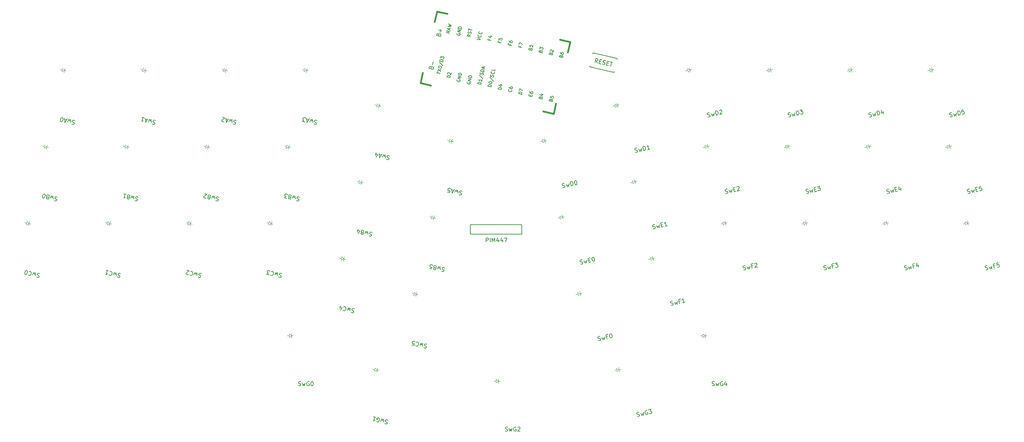
<source format=gto>
G04 #@! TF.GenerationSoftware,KiCad,Pcbnew,(6.0.8-1)-1*
G04 #@! TF.CreationDate,2023-02-22T13:24:55+02:00*
G04 #@! TF.ProjectId,r41l2,7234316c-322e-46b6-9963-61645f706362,rev?*
G04 #@! TF.SameCoordinates,Original*
G04 #@! TF.FileFunction,Legend,Top*
G04 #@! TF.FilePolarity,Positive*
%FSLAX46Y46*%
G04 Gerber Fmt 4.6, Leading zero omitted, Abs format (unit mm)*
G04 Created by KiCad (PCBNEW (6.0.8-1)-1) date 2023-02-22 13:24:55*
%MOMM*%
%LPD*%
G01*
G04 APERTURE LIST*
G04 Aperture macros list*
%AMRotRect*
0 Rectangle, with rotation*
0 The origin of the aperture is its center*
0 $1 length*
0 $2 width*
0 $3 Rotation angle, in degrees counterclockwise*
0 Add horizontal line*
21,1,$1,$2,0,0,$3*%
G04 Aperture macros list end*
%ADD10C,0.150000*%
%ADD11C,0.100000*%
%ADD12C,0.381000*%
%ADD13C,2.000000*%
%ADD14R,1.300000X1.700000*%
%ADD15C,2.500000*%
%ADD16O,2.000000X1.500000*%
%ADD17C,1.800000*%
%ADD18C,4.900000*%
%ADD19C,2.200000*%
%ADD20C,1.524000*%
%ADD21RotRect,1.524000X1.524000X347.000000*%
%ADD22RotRect,1.300000X1.700000X167.000000*%
%ADD23RotRect,1.300000X1.700000X193.000000*%
%ADD24C,0.900000*%
G04 APERTURE END LIST*
D10*
X148001570Y-83395179D02*
X148144427Y-83442798D01*
X148382523Y-83442798D01*
X148477761Y-83395179D01*
X148525380Y-83347560D01*
X148572999Y-83252322D01*
X148572999Y-83157084D01*
X148525380Y-83061846D01*
X148477761Y-83014227D01*
X148382523Y-82966608D01*
X148192046Y-82918989D01*
X148096808Y-82871370D01*
X148049189Y-82823751D01*
X148001570Y-82728513D01*
X148001570Y-82633275D01*
X148049189Y-82538037D01*
X148096808Y-82490418D01*
X148192046Y-82442798D01*
X148430142Y-82442798D01*
X148572999Y-82490418D01*
X148906332Y-82776132D02*
X149096808Y-83442798D01*
X149287285Y-82966608D01*
X149477761Y-83442798D01*
X149668237Y-82776132D01*
X150572999Y-82490418D02*
X150477761Y-82442798D01*
X150334904Y-82442798D01*
X150192046Y-82490418D01*
X150096808Y-82585656D01*
X150049189Y-82680894D01*
X150001570Y-82871370D01*
X150001570Y-83014227D01*
X150049189Y-83204703D01*
X150096808Y-83299941D01*
X150192046Y-83395179D01*
X150334904Y-83442798D01*
X150430142Y-83442798D01*
X150572999Y-83395179D01*
X150620618Y-83347560D01*
X150620618Y-83014227D01*
X150430142Y-83014227D01*
X151001570Y-82538037D02*
X151049189Y-82490418D01*
X151144427Y-82442798D01*
X151382523Y-82442798D01*
X151477761Y-82490418D01*
X151525380Y-82538037D01*
X151572999Y-82633275D01*
X151572999Y-82728513D01*
X151525380Y-82871370D01*
X150953951Y-83442798D01*
X151572999Y-83442798D01*
X197967424Y-72411434D02*
X198110281Y-72459053D01*
X198348377Y-72459053D01*
X198443615Y-72411434D01*
X198491234Y-72363815D01*
X198538853Y-72268577D01*
X198538853Y-72173339D01*
X198491234Y-72078101D01*
X198443615Y-72030482D01*
X198348377Y-71982863D01*
X198157900Y-71935244D01*
X198062662Y-71887625D01*
X198015043Y-71840006D01*
X197967424Y-71744768D01*
X197967424Y-71649530D01*
X198015043Y-71554292D01*
X198062662Y-71506673D01*
X198157900Y-71459053D01*
X198395996Y-71459053D01*
X198538853Y-71506673D01*
X198872186Y-71792387D02*
X199062662Y-72459053D01*
X199253139Y-71982863D01*
X199443615Y-72459053D01*
X199634091Y-71792387D01*
X200538853Y-71506673D02*
X200443615Y-71459053D01*
X200300758Y-71459053D01*
X200157900Y-71506673D01*
X200062662Y-71601911D01*
X200015043Y-71697149D01*
X199967424Y-71887625D01*
X199967424Y-72030482D01*
X200015043Y-72220958D01*
X200062662Y-72316196D01*
X200157900Y-72411434D01*
X200300758Y-72459053D01*
X200395996Y-72459053D01*
X200538853Y-72411434D01*
X200586472Y-72363815D01*
X200586472Y-72030482D01*
X200395996Y-72030482D01*
X201443615Y-71792387D02*
X201443615Y-72459053D01*
X201205519Y-71411434D02*
X200967424Y-72125720D01*
X201586472Y-72125720D01*
X98035711Y-72411433D02*
X98178568Y-72459052D01*
X98416664Y-72459052D01*
X98511902Y-72411433D01*
X98559521Y-72363814D01*
X98607140Y-72268576D01*
X98607140Y-72173338D01*
X98559521Y-72078100D01*
X98511902Y-72030481D01*
X98416664Y-71982862D01*
X98226187Y-71935243D01*
X98130949Y-71887624D01*
X98083330Y-71840005D01*
X98035711Y-71744767D01*
X98035711Y-71649529D01*
X98083330Y-71554291D01*
X98130949Y-71506672D01*
X98226187Y-71459052D01*
X98464283Y-71459052D01*
X98607140Y-71506672D01*
X98940473Y-71792386D02*
X99130949Y-72459052D01*
X99321426Y-71982862D01*
X99511902Y-72459052D01*
X99702378Y-71792386D01*
X100607140Y-71506672D02*
X100511902Y-71459052D01*
X100369045Y-71459052D01*
X100226187Y-71506672D01*
X100130949Y-71601910D01*
X100083330Y-71697148D01*
X100035711Y-71887624D01*
X100035711Y-72030481D01*
X100083330Y-72220957D01*
X100130949Y-72316195D01*
X100226187Y-72411433D01*
X100369045Y-72459052D01*
X100464283Y-72459052D01*
X100607140Y-72411433D01*
X100654759Y-72363814D01*
X100654759Y-72030481D01*
X100464283Y-72030481D01*
X101273806Y-71459052D02*
X101369045Y-71459052D01*
X101464283Y-71506672D01*
X101511902Y-71554291D01*
X101559521Y-71649529D01*
X101607140Y-71840005D01*
X101607140Y-72078100D01*
X101559521Y-72268576D01*
X101511902Y-72363814D01*
X101464283Y-72411433D01*
X101369045Y-72459052D01*
X101273806Y-72459052D01*
X101178568Y-72411433D01*
X101130949Y-72363814D01*
X101083330Y-72268576D01*
X101035711Y-72078100D01*
X101035711Y-71840005D01*
X101083330Y-71649529D01*
X101130949Y-71554291D01*
X101178568Y-71506672D01*
X101273806Y-71459052D01*
X136395047Y1630110D02*
X136340789Y1564442D01*
X136315081Y1453085D01*
X136326491Y1333159D01*
X136383590Y1241782D01*
X136449258Y1187524D01*
X136589164Y1116127D01*
X136700520Y1090419D01*
X136857565Y1093259D01*
X136940372Y1113239D01*
X137031749Y1170338D01*
X137094577Y1273125D01*
X137111716Y1347362D01*
X137100306Y1467288D01*
X137071756Y1512977D01*
X136811924Y1572964D01*
X136777646Y1424488D01*
X137223120Y1829907D02*
X136443624Y2009868D01*
X137325955Y2275334D01*
X136546459Y2455295D01*
X137411651Y2646522D02*
X136632155Y2826483D01*
X136675002Y3012078D01*
X136737830Y3114865D01*
X136829207Y3171963D01*
X136912014Y3191943D01*
X137069059Y3194783D01*
X137180416Y3169075D01*
X137320322Y3097678D01*
X137385990Y3043420D01*
X137443088Y2952043D01*
X137454499Y2832117D01*
X137411651Y2646522D01*
X159067489Y-3311004D02*
X159130316Y-3208217D01*
X159176005Y-3179668D01*
X159258812Y-3159688D01*
X159370169Y-3185397D01*
X159435837Y-3239655D01*
X159464386Y-3285344D01*
X159484366Y-3368151D01*
X159415809Y-3665102D01*
X158636313Y-3485141D01*
X158696300Y-3225309D01*
X158750558Y-3159641D01*
X158796247Y-3131091D01*
X158879054Y-3111112D01*
X158953292Y-3128251D01*
X159018960Y-3182509D01*
X159047509Y-3228197D01*
X159067489Y-3311004D01*
X159007502Y-3570836D01*
X158901970Y-2334456D02*
X158816274Y-2705645D01*
X159178893Y-2828459D01*
X159150344Y-2782771D01*
X159130364Y-2699964D01*
X159173212Y-2514369D01*
X159227470Y-2448701D01*
X159273158Y-2420152D01*
X159355966Y-2400172D01*
X159541560Y-2443020D01*
X159607228Y-2497278D01*
X159635777Y-2542966D01*
X159655757Y-2625774D01*
X159612909Y-2811368D01*
X159558651Y-2877036D01*
X159512963Y-2905585D01*
X151637658Y9672245D02*
X151577671Y9412413D01*
X151985979Y9318148D02*
X151206483Y9498108D01*
X151292178Y9869297D01*
X151343596Y10092010D02*
X151463570Y10611674D01*
X152165940Y10097644D01*
X130113660Y4577562D02*
X130192195Y4706046D01*
X130249305Y4741732D01*
X130352814Y4766707D01*
X130492010Y4734571D01*
X130574095Y4666749D01*
X130609782Y4609638D01*
X130634756Y4506129D01*
X130549061Y4134940D01*
X129574691Y4359891D01*
X129649674Y4684681D01*
X129717497Y4766767D01*
X129774607Y4802453D01*
X129878117Y4827428D01*
X129970914Y4806004D01*
X130052999Y4738181D01*
X130088685Y4681071D01*
X130113660Y4577562D01*
X130038676Y4252772D01*
X130402823Y5195006D02*
X130574215Y5937383D01*
X146687860Y10814996D02*
X146627873Y10555164D01*
X147036181Y10460899D02*
X146256685Y10640859D01*
X146342380Y11012048D01*
X146496633Y11680188D02*
X146410937Y11308999D01*
X146773556Y11186184D01*
X146745007Y11231873D01*
X146725027Y11314680D01*
X146767875Y11500274D01*
X146822133Y11565943D01*
X146867821Y11594492D01*
X146950628Y11614472D01*
X147136223Y11571624D01*
X147201891Y11517366D01*
X147230440Y11471677D01*
X147250420Y11388870D01*
X147207572Y11203276D01*
X147153314Y11137608D01*
X147107626Y11109058D01*
X134657395Y13299218D02*
X134226219Y13125082D01*
X134554560Y12853792D02*
X133775064Y13033753D01*
X133843621Y13330704D01*
X133897879Y13396372D01*
X133943567Y13424921D01*
X134026374Y13444901D01*
X134137731Y13419192D01*
X134203399Y13364934D01*
X134231948Y13319246D01*
X134251928Y13236438D01*
X134183372Y12939488D01*
X134503238Y13647586D02*
X134588934Y14018775D01*
X134708812Y13521931D02*
X133989303Y13961724D01*
X134828786Y14041595D01*
X134092138Y14407151D02*
X134914482Y14412784D01*
X134391977Y14689803D01*
X134983038Y14709735D01*
X134246390Y15075290D01*
X149162759Y10243621D02*
X149102772Y9983789D01*
X149511080Y9889524D02*
X148731584Y10069484D01*
X148817279Y10440673D01*
X148962962Y11071694D02*
X148928684Y10923218D01*
X148948663Y10840411D01*
X148977213Y10794723D01*
X149071430Y10694776D01*
X149211336Y10623379D01*
X149508287Y10554822D01*
X149591094Y10574802D01*
X149636783Y10603352D01*
X149691041Y10669020D01*
X149725319Y10817495D01*
X149705339Y10900302D01*
X149676790Y10945991D01*
X149611122Y11000249D01*
X149425527Y11043097D01*
X149342720Y11023117D01*
X149297032Y10994568D01*
X149242774Y10928899D01*
X149208495Y10780424D01*
X149228475Y10697617D01*
X149257024Y10651928D01*
X149322693Y10597670D01*
X156592590Y-2739629D02*
X156655417Y-2636842D01*
X156701106Y-2608293D01*
X156783913Y-2588313D01*
X156895270Y-2614022D01*
X156960938Y-2668280D01*
X156989487Y-2713969D01*
X157009467Y-2796776D01*
X156940910Y-3093727D01*
X156161414Y-2913766D01*
X156221401Y-2653934D01*
X156275659Y-2588266D01*
X156321348Y-2559716D01*
X156404155Y-2539737D01*
X156478393Y-2556876D01*
X156544061Y-2611134D01*
X156572610Y-2656822D01*
X156592590Y-2739629D01*
X156532603Y-2999461D01*
X156678333Y-1860187D02*
X157197997Y-1980161D01*
X156338535Y-1977225D02*
X156852470Y-2291363D01*
X156963874Y-1808817D01*
X131942062Y12497242D02*
X132020597Y12625726D01*
X132077707Y12661412D01*
X132181216Y12686387D01*
X132320412Y12654251D01*
X132402497Y12586429D01*
X132438184Y12529318D01*
X132463158Y12425809D01*
X132377463Y12054620D01*
X131403093Y12279571D01*
X131478076Y12604361D01*
X131545899Y12686447D01*
X131603009Y12722133D01*
X131706519Y12747108D01*
X131799316Y12725684D01*
X131881401Y12657861D01*
X131917087Y12600751D01*
X131942062Y12497242D01*
X131867078Y12172452D01*
X132231225Y13114686D02*
X132402617Y13857063D01*
X132688109Y13400179D02*
X131945732Y13571570D01*
X151991109Y-1950975D02*
X151211613Y-1771014D01*
X151254461Y-1585420D01*
X151317289Y-1482633D01*
X151408666Y-1425534D01*
X151491473Y-1405554D01*
X151648518Y-1402714D01*
X151759874Y-1428422D01*
X151899780Y-1499819D01*
X151965448Y-1554077D01*
X152022547Y-1645454D01*
X152033957Y-1765380D01*
X151991109Y-1950975D01*
X151374435Y-1065756D02*
X151494409Y-546091D01*
X152196779Y-1060122D01*
X131477455Y3081708D02*
X131580289Y3527134D01*
X132308368Y3124460D02*
X131528872Y3304421D01*
X131623137Y3712729D02*
X132522607Y4052432D01*
X131743111Y4232393D02*
X132402633Y3532768D01*
X131845946Y4677819D02*
X131863085Y4752057D01*
X131917343Y4817725D01*
X131963031Y4846274D01*
X132045839Y4866254D01*
X132202884Y4869095D01*
X132388478Y4826247D01*
X132528384Y4754850D01*
X132594052Y4700592D01*
X132622601Y4654903D01*
X132642581Y4572096D01*
X132625442Y4497858D01*
X132571184Y4432190D01*
X132525496Y4403641D01*
X132442688Y4383661D01*
X132285643Y4380820D01*
X132100049Y4423668D01*
X131960143Y4495065D01*
X131894475Y4549323D01*
X131865926Y4595012D01*
X131845946Y4677819D01*
X132074484Y5837073D02*
X132922441Y4937556D01*
X132951085Y5908375D02*
X132171589Y6088336D01*
X132214437Y6273930D01*
X132277265Y6376717D01*
X132368642Y6433816D01*
X132451449Y6453795D01*
X132608494Y6456636D01*
X132719850Y6430927D01*
X132859756Y6359530D01*
X132925424Y6305272D01*
X132982523Y6213895D01*
X132993933Y6093969D01*
X132951085Y5908375D01*
X132334411Y6793594D02*
X132445815Y7276139D01*
X132682779Y6947751D01*
X132708488Y7059107D01*
X132762746Y7124775D01*
X132808434Y7153325D01*
X132891242Y7173304D01*
X133076836Y7130457D01*
X133142504Y7076199D01*
X133171053Y7030510D01*
X133191033Y6947703D01*
X133139616Y6724990D01*
X133085358Y6659322D01*
X133039669Y6630772D01*
X161524404Y7331064D02*
X161587231Y7433851D01*
X161632920Y7462400D01*
X161715727Y7482380D01*
X161827084Y7456671D01*
X161892752Y7402413D01*
X161921301Y7356724D01*
X161941281Y7273917D01*
X161872724Y6976966D01*
X161093228Y7156927D01*
X161153215Y7416759D01*
X161207473Y7482427D01*
X161253162Y7510977D01*
X161335969Y7530956D01*
X161410207Y7513817D01*
X161475875Y7459559D01*
X161504424Y7413871D01*
X161524404Y7331064D01*
X161464417Y7071232D01*
X161350315Y8270493D02*
X161316037Y8122018D01*
X161336017Y8039210D01*
X161364566Y7993522D01*
X161458784Y7893575D01*
X161598689Y7822178D01*
X161895640Y7753622D01*
X161978448Y7773601D01*
X162024136Y7802151D01*
X162078394Y7867819D01*
X162112672Y8016294D01*
X162092692Y8099102D01*
X162064143Y8144790D01*
X161998475Y8199048D01*
X161812881Y8241896D01*
X161730073Y8221916D01*
X161684385Y8193367D01*
X161630127Y8127699D01*
X161595849Y7979223D01*
X161615829Y7896416D01*
X161644378Y7850728D01*
X161710046Y7796470D01*
X159049504Y7902440D02*
X159112331Y8005227D01*
X159158020Y8033776D01*
X159240827Y8053756D01*
X159352184Y8028047D01*
X159417852Y7973789D01*
X159446401Y7928100D01*
X159466381Y7845293D01*
X159397824Y7548342D01*
X158618328Y7728303D01*
X158678315Y7988135D01*
X158732573Y8053803D01*
X158778262Y8082353D01*
X158861069Y8102332D01*
X158935307Y8085193D01*
X159000975Y8030935D01*
X159029524Y7985247D01*
X159049504Y7902440D01*
X158989517Y7642608D01*
X158863957Y8453541D02*
X158835408Y8499230D01*
X158815428Y8582037D01*
X158858276Y8767631D01*
X158912534Y8833299D01*
X158958223Y8861849D01*
X159041030Y8881828D01*
X159115268Y8864689D01*
X159218055Y8801862D01*
X159560646Y8253601D01*
X159672050Y8736146D01*
X139661472Y12391567D02*
X139230296Y12217430D01*
X139558637Y11946140D02*
X138779141Y12126101D01*
X138847697Y12423052D01*
X138901955Y12488720D01*
X138947644Y12517270D01*
X139030451Y12537249D01*
X139141808Y12511541D01*
X139207476Y12457283D01*
X139236025Y12411594D01*
X139256005Y12328787D01*
X139187448Y12031836D01*
X139692909Y12697087D02*
X139755737Y12799874D01*
X139798585Y12985469D01*
X139778605Y13068276D01*
X139750056Y13113964D01*
X139684388Y13168222D01*
X139610150Y13185361D01*
X139527343Y13165382D01*
X139481654Y13136832D01*
X139427396Y13071164D01*
X139355999Y12931258D01*
X139301741Y12865590D01*
X139256053Y12837041D01*
X139173245Y12817061D01*
X139099008Y12834200D01*
X139033339Y12888458D01*
X139004790Y12934147D01*
X138984810Y13016954D01*
X139027658Y13202548D01*
X139090486Y13305335D01*
X139104784Y13536618D02*
X139207619Y13982044D01*
X139935698Y13579370D02*
X139156202Y13759331D01*
X142115836Y439898D02*
X141336340Y619858D01*
X141379188Y805453D01*
X141442015Y908240D01*
X141533392Y965338D01*
X141616200Y985318D01*
X141773245Y988159D01*
X141884601Y962450D01*
X142024507Y891053D01*
X142090175Y836795D01*
X142147274Y745418D01*
X142158684Y625492D01*
X142115836Y439898D01*
X142390062Y1627701D02*
X142287227Y1182275D01*
X142338645Y1404988D02*
X141559149Y1584949D01*
X141653366Y1485002D01*
X141710465Y1393625D01*
X141730444Y1310818D01*
X141779117Y2707084D02*
X142627074Y1807566D01*
X142610030Y2749836D02*
X142672858Y2852623D01*
X142715706Y3038218D01*
X142695726Y3121025D01*
X142667177Y3166713D01*
X142601508Y3220971D01*
X142527271Y3238110D01*
X142444463Y3218131D01*
X142398775Y3189581D01*
X142344517Y3123913D01*
X142273120Y2984007D01*
X142218862Y2918339D01*
X142173173Y2889790D01*
X142090366Y2869810D01*
X142016128Y2886949D01*
X141950460Y2941207D01*
X141921911Y2986896D01*
X141901931Y3069703D01*
X141944779Y3255297D01*
X142007607Y3358084D01*
X142827110Y3520763D02*
X142047614Y3700724D01*
X142090462Y3886318D01*
X142153289Y3989105D01*
X142244666Y4046204D01*
X142327473Y4066183D01*
X142484518Y4069024D01*
X142595875Y4043315D01*
X142735781Y3971918D01*
X142801449Y3917660D01*
X142858548Y3826283D01*
X142869958Y3706357D01*
X142827110Y3520763D01*
X142775788Y4314557D02*
X142861484Y4685746D01*
X142981362Y4188902D02*
X142261853Y4628695D01*
X143101336Y4708566D01*
X144212959Y11386372D02*
X144152972Y11126540D01*
X144561280Y11032275D02*
X143781784Y11212235D01*
X143867479Y11583424D01*
X144272994Y12154458D02*
X144792658Y12034484D01*
X143933195Y12037420D02*
X144447130Y11723282D01*
X144558535Y12205827D01*
X154099704Y9045191D02*
X154162531Y9147978D01*
X154208220Y9176527D01*
X154291027Y9196507D01*
X154402384Y9170798D01*
X154468052Y9116540D01*
X154496601Y9070851D01*
X154516581Y8988044D01*
X154448024Y8691093D01*
X153668528Y8871054D01*
X153728515Y9130886D01*
X153782773Y9196554D01*
X153828462Y9225104D01*
X153911269Y9245083D01*
X153985507Y9227944D01*
X154051175Y9173686D01*
X154079724Y9127998D01*
X154099704Y9045191D01*
X154039717Y8785359D01*
X154722250Y9878897D02*
X154619416Y9433471D01*
X154670833Y9656184D02*
X153891337Y9836145D01*
X153985554Y9736198D01*
X154042653Y9644821D01*
X154062633Y9562014D01*
X144595021Y-112917D02*
X143815525Y67043D01*
X143858373Y252637D01*
X143921200Y355424D01*
X144012577Y412523D01*
X144095384Y432502D01*
X144252429Y435343D01*
X144363786Y409634D01*
X144503692Y338237D01*
X144569360Y283979D01*
X144626459Y192602D01*
X144637869Y72676D01*
X144595021Y-112917D01*
X144029764Y995014D02*
X144046903Y1069252D01*
X144101161Y1134920D01*
X144146849Y1163469D01*
X144229657Y1183449D01*
X144386702Y1186290D01*
X144572296Y1143442D01*
X144712202Y1072045D01*
X144777870Y1017787D01*
X144806419Y972098D01*
X144826399Y889291D01*
X144809260Y815053D01*
X144755002Y749385D01*
X144709314Y720836D01*
X144626506Y700856D01*
X144469461Y698016D01*
X144283867Y740863D01*
X144143961Y812261D01*
X144078293Y866519D01*
X144049744Y912207D01*
X144029764Y995014D01*
X144258302Y2154268D02*
X145106259Y1254751D01*
X145089215Y2197021D02*
X145152043Y2299808D01*
X145194890Y2485402D01*
X145174911Y2568209D01*
X145146361Y2613898D01*
X145080693Y2668156D01*
X145006455Y2685295D01*
X144923648Y2665315D01*
X144877960Y2636766D01*
X144823702Y2571098D01*
X144752305Y2431192D01*
X144698047Y2365524D01*
X144652358Y2336974D01*
X144569551Y2316995D01*
X144495313Y2334134D01*
X144429645Y2388392D01*
X144401096Y2434080D01*
X144381116Y2516888D01*
X144423964Y2702482D01*
X144486791Y2805269D01*
X145334892Y3430513D02*
X145363441Y3384824D01*
X145374851Y3264898D01*
X145357712Y3190660D01*
X145294885Y3087873D01*
X145203508Y3030775D01*
X145120700Y3010795D01*
X144963655Y3007954D01*
X144852299Y3033663D01*
X144712393Y3105060D01*
X144646725Y3159318D01*
X144589626Y3250695D01*
X144578216Y3370621D01*
X144595355Y3444859D01*
X144658183Y3547646D01*
X144703871Y3576195D01*
X145571951Y4118632D02*
X145486256Y3747443D01*
X144706759Y3927404D01*
X149544806Y-917034D02*
X149573356Y-962723D01*
X149584766Y-1082649D01*
X149567627Y-1156887D01*
X149504799Y-1259674D01*
X149413422Y-1316772D01*
X149330615Y-1336752D01*
X149173570Y-1339592D01*
X149062214Y-1313884D01*
X148922308Y-1242487D01*
X148856640Y-1188229D01*
X148799541Y-1096852D01*
X148788131Y-976926D01*
X148805270Y-902688D01*
X148868097Y-799901D01*
X148913786Y-771352D01*
X148993800Y-86073D02*
X148959522Y-234548D01*
X148979502Y-317356D01*
X149008051Y-363044D01*
X149102269Y-462991D01*
X149242174Y-534388D01*
X149539125Y-602944D01*
X149621933Y-582965D01*
X149667621Y-554415D01*
X149721879Y-488747D01*
X149756157Y-340272D01*
X149736177Y-257464D01*
X149707628Y-211776D01*
X149641960Y-157518D01*
X149456366Y-114670D01*
X149373558Y-134650D01*
X149327870Y-163199D01*
X149273612Y-228867D01*
X149239334Y-377343D01*
X149259314Y-460150D01*
X149287863Y-505838D01*
X149353531Y-560096D01*
X141186910Y11263947D02*
X142026393Y11343819D01*
X141306884Y11783611D01*
X142174964Y12326048D02*
X142203513Y12280360D01*
X142214923Y12160434D01*
X142197784Y12086196D01*
X142134957Y11983409D01*
X142043580Y11926310D01*
X141960772Y11906330D01*
X141803727Y11903490D01*
X141692371Y11929199D01*
X141552465Y12000596D01*
X141486797Y12054854D01*
X141429698Y12146230D01*
X141418288Y12266157D01*
X141435427Y12340394D01*
X141498255Y12443181D01*
X141543943Y12471731D01*
X142354925Y13105544D02*
X142383474Y13059856D01*
X142394884Y12939930D01*
X142377745Y12865692D01*
X142314917Y12762905D01*
X142223541Y12705806D01*
X142140733Y12685826D01*
X141983688Y12682986D01*
X141872332Y12708695D01*
X141732426Y12780092D01*
X141666758Y12834350D01*
X141609659Y12925727D01*
X141598249Y13045653D01*
X141615388Y13119890D01*
X141678216Y13222677D01*
X141723904Y13251227D01*
X134666809Y2048653D02*
X133887313Y2228614D01*
X133930161Y2414208D01*
X133992989Y2516995D01*
X134084366Y2574094D01*
X134167173Y2594074D01*
X134324218Y2596914D01*
X134435574Y2571206D01*
X134575480Y2499809D01*
X134641148Y2445551D01*
X134698247Y2354174D01*
X134709657Y2234248D01*
X134666809Y2048653D01*
X134132942Y2953852D02*
X134104393Y2999541D01*
X134084413Y3082348D01*
X134127261Y3267942D01*
X134181519Y3333610D01*
X134227208Y3362160D01*
X134310015Y3382139D01*
X134384253Y3365000D01*
X134487040Y3302173D01*
X134829631Y2753912D01*
X134941035Y3236457D01*
X147041309Y-808224D02*
X146261813Y-628263D01*
X146304661Y-442669D01*
X146367489Y-339882D01*
X146458866Y-282783D01*
X146541673Y-262803D01*
X146698718Y-259963D01*
X146810074Y-285671D01*
X146949980Y-357068D01*
X147015648Y-411326D01*
X147072747Y-502703D01*
X147084157Y-622629D01*
X147041309Y-808224D01*
X146778732Y425315D02*
X147298396Y305341D01*
X146438934Y308277D02*
X146952869Y-5860D01*
X147064273Y476685D01*
X156574604Y8473816D02*
X156637431Y8576603D01*
X156683120Y8605152D01*
X156765927Y8625132D01*
X156877284Y8599423D01*
X156942952Y8545165D01*
X156971501Y8499476D01*
X156991481Y8416669D01*
X156922924Y8119718D01*
X156143428Y8299679D01*
X156203415Y8559511D01*
X156257673Y8625179D01*
X156303362Y8653729D01*
X156386169Y8673708D01*
X156460407Y8656569D01*
X156526075Y8602311D01*
X156554624Y8556623D01*
X156574604Y8473816D01*
X156514617Y8213984D01*
X156306250Y9004937D02*
X156417654Y9487483D01*
X156654618Y9159094D01*
X156680327Y9270451D01*
X156734585Y9336119D01*
X156780273Y9364668D01*
X156863081Y9384648D01*
X157048675Y9341800D01*
X157114343Y9287542D01*
X157142892Y9241854D01*
X157162872Y9159046D01*
X157111455Y8936333D01*
X157057197Y8870665D01*
X157011508Y8842116D01*
X138869947Y1058734D02*
X138815689Y993066D01*
X138789981Y881709D01*
X138801391Y761783D01*
X138858490Y670406D01*
X138924158Y616148D01*
X139064064Y544751D01*
X139175420Y519043D01*
X139332465Y521883D01*
X139415272Y541863D01*
X139506649Y598962D01*
X139569477Y701749D01*
X139586616Y775986D01*
X139575206Y895912D01*
X139546656Y941601D01*
X139286824Y1001588D01*
X139252546Y853112D01*
X139698020Y1258531D02*
X138918524Y1438492D01*
X139800855Y1703958D01*
X139021359Y1883919D01*
X139886551Y2075146D02*
X139107055Y2255107D01*
X139149902Y2440702D01*
X139212730Y2543489D01*
X139304107Y2600587D01*
X139386914Y2620567D01*
X139543959Y2623407D01*
X139655316Y2597699D01*
X139795222Y2526302D01*
X139860890Y2472044D01*
X139917988Y2380667D01*
X139929399Y2260741D01*
X139886551Y2075146D01*
X136377063Y12843555D02*
X136322805Y12777887D01*
X136297097Y12666530D01*
X136308507Y12546604D01*
X136365606Y12455227D01*
X136431274Y12400969D01*
X136571180Y12329572D01*
X136682536Y12303864D01*
X136839581Y12306704D01*
X136922388Y12326684D01*
X137013765Y12383783D01*
X137076593Y12486570D01*
X137093732Y12560807D01*
X137082322Y12680733D01*
X137053772Y12726422D01*
X136793940Y12786409D01*
X136759662Y12637933D01*
X137205136Y13043352D02*
X136425640Y13223313D01*
X137307971Y13488779D01*
X136528475Y13668740D01*
X137393667Y13859967D02*
X136614171Y14039928D01*
X136657018Y14225523D01*
X136719846Y14328310D01*
X136811223Y14385408D01*
X136894030Y14405388D01*
X137051075Y14408228D01*
X137162432Y14382520D01*
X137302338Y14311123D01*
X137368006Y14256865D01*
X137425104Y14165488D01*
X137436515Y14045562D01*
X137393667Y13859967D01*
X154066272Y-2390967D02*
X154126258Y-2131135D01*
X154560275Y-2114043D02*
X154474579Y-2485232D01*
X153695083Y-2305271D01*
X153780779Y-1934082D01*
X153935031Y-1265943D02*
X153900752Y-1414418D01*
X153920732Y-1497226D01*
X153949281Y-1542914D01*
X154043499Y-1642860D01*
X154183405Y-1714258D01*
X154480356Y-1782814D01*
X154563163Y-1762834D01*
X154608851Y-1734285D01*
X154663109Y-1668617D01*
X154697388Y-1520141D01*
X154677408Y-1437334D01*
X154648859Y-1391646D01*
X154583190Y-1337388D01*
X154397596Y-1294540D01*
X154314789Y-1314520D01*
X154269100Y-1343069D01*
X154214842Y-1408737D01*
X154180564Y-1557213D01*
X154200544Y-1640020D01*
X154229093Y-1685708D01*
X154294761Y-1739966D01*
X133363077Y-43953864D02*
X133234593Y-43875329D01*
X133002600Y-43821770D01*
X132899091Y-43846744D01*
X132841980Y-43882431D01*
X132774158Y-43964516D01*
X132752734Y-44057313D01*
X132777709Y-44160822D01*
X132813395Y-44217933D01*
X132895480Y-44285755D01*
X133070363Y-44375002D01*
X133152448Y-44442824D01*
X133188135Y-44499935D01*
X133213109Y-44603444D01*
X133191685Y-44696241D01*
X133123863Y-44778326D01*
X133066752Y-44814013D01*
X132963243Y-44838988D01*
X132731250Y-44785428D01*
X132602767Y-44706893D01*
X132342248Y-44353518D02*
X132306621Y-43661090D01*
X132013908Y-44082228D01*
X131935433Y-43575395D01*
X131599871Y-44182127D01*
X130936028Y-43882252D02*
X130807545Y-43803717D01*
X130771858Y-43746607D01*
X130746883Y-43643098D01*
X130779019Y-43503902D01*
X130846842Y-43421817D01*
X130903952Y-43386130D01*
X131007461Y-43361156D01*
X131378650Y-43446851D01*
X131153699Y-44421221D01*
X130828909Y-44346238D01*
X130746824Y-44278415D01*
X130711137Y-44221305D01*
X130686162Y-44117796D01*
X130707586Y-44024998D01*
X130775409Y-43942913D01*
X130832519Y-43907227D01*
X130936028Y-43882252D01*
X131260818Y-43957236D01*
X129715343Y-44089151D02*
X130179329Y-44196270D01*
X130332847Y-43742997D01*
X130275736Y-43778683D01*
X130172227Y-43803658D01*
X129940234Y-43750098D01*
X129858149Y-43682276D01*
X129822463Y-43625165D01*
X129797488Y-43521656D01*
X129851048Y-43289663D01*
X129918870Y-43207578D01*
X129975981Y-43171891D01*
X130079490Y-43146917D01*
X130311483Y-43200476D01*
X130393568Y-43268299D01*
X130429255Y-43325409D01*
X129089007Y-62466893D02*
X128960523Y-62388358D01*
X128728530Y-62334799D01*
X128625021Y-62359773D01*
X128567910Y-62395460D01*
X128500088Y-62477545D01*
X128478664Y-62570342D01*
X128503639Y-62673851D01*
X128539325Y-62730962D01*
X128621410Y-62798784D01*
X128796293Y-62888031D01*
X128878378Y-62955853D01*
X128914065Y-63012964D01*
X128939039Y-63116473D01*
X128917615Y-63209270D01*
X128849793Y-63291355D01*
X128792682Y-63327042D01*
X128689173Y-63352017D01*
X128457180Y-63298457D01*
X128328697Y-63219922D01*
X128068178Y-62866547D02*
X128032551Y-62174119D01*
X127739838Y-62595257D01*
X127661363Y-62088424D01*
X127325801Y-62695156D01*
X126526373Y-61924134D02*
X126583484Y-61888447D01*
X126733391Y-61874185D01*
X126826188Y-61895609D01*
X126954672Y-61974143D01*
X127026045Y-62088364D01*
X127051020Y-62191873D01*
X127054571Y-62388179D01*
X127022435Y-62527375D01*
X126933189Y-62702257D01*
X126865366Y-62784343D01*
X126751145Y-62855716D01*
X126601237Y-62869979D01*
X126508440Y-62848555D01*
X126379956Y-62770020D01*
X126344270Y-62712910D01*
X125441273Y-62602180D02*
X125905259Y-62709299D01*
X126058777Y-62256026D01*
X126001666Y-62291712D01*
X125898157Y-62316687D01*
X125666164Y-62263127D01*
X125584079Y-62195305D01*
X125548393Y-62138194D01*
X125523418Y-62034685D01*
X125576978Y-61802692D01*
X125644800Y-61720607D01*
X125701911Y-61684920D01*
X125805420Y-61659946D01*
X126037413Y-61713505D01*
X126119498Y-61781328D01*
X126155185Y-61838438D01*
X137567550Y-25424767D02*
X137439066Y-25346233D01*
X137207073Y-25292673D01*
X137103564Y-25317647D01*
X137046454Y-25353334D01*
X136978631Y-25435419D01*
X136957207Y-25528216D01*
X136982182Y-25631726D01*
X137017868Y-25688836D01*
X137099954Y-25756659D01*
X137274836Y-25845905D01*
X137356921Y-25913727D01*
X137392608Y-25970838D01*
X137417582Y-26074347D01*
X137396159Y-26167144D01*
X137328336Y-26249229D01*
X137271226Y-26284916D01*
X137167716Y-26309891D01*
X136935724Y-26256331D01*
X136807240Y-26177796D01*
X136546721Y-25824421D02*
X136511095Y-25131993D01*
X136218381Y-25553131D01*
X136139906Y-25046298D01*
X135804344Y-25653030D01*
X135565250Y-25206858D02*
X135101264Y-25099738D01*
X135722319Y-24949890D02*
X135172578Y-25849277D01*
X135072739Y-24799923D01*
X134059012Y-25592190D02*
X134522998Y-25699309D01*
X134676516Y-25246035D01*
X134619405Y-25281722D01*
X134515896Y-25306697D01*
X134283903Y-25253137D01*
X134201818Y-25185314D01*
X134166131Y-25128204D01*
X134141157Y-25024695D01*
X134194717Y-24792702D01*
X134262539Y-24710617D01*
X134319650Y-24674930D01*
X134423159Y-24649955D01*
X134655152Y-24703515D01*
X134737237Y-24771338D01*
X134772923Y-24828448D01*
X115836795Y-35405722D02*
X115708311Y-35327187D01*
X115476318Y-35273628D01*
X115372809Y-35298602D01*
X115315698Y-35334289D01*
X115247876Y-35416374D01*
X115226452Y-35509171D01*
X115251427Y-35612680D01*
X115287113Y-35669791D01*
X115369198Y-35737613D01*
X115544081Y-35826860D01*
X115626166Y-35894682D01*
X115661853Y-35951793D01*
X115686827Y-36055302D01*
X115665403Y-36148099D01*
X115597581Y-36230184D01*
X115540470Y-36265871D01*
X115436961Y-36290846D01*
X115204968Y-36237286D01*
X115076485Y-36158751D01*
X114815966Y-35805376D02*
X114780339Y-35112948D01*
X114487626Y-35534086D01*
X114409151Y-35027253D01*
X114073589Y-35633985D01*
X113409746Y-35334110D02*
X113281263Y-35255575D01*
X113245576Y-35198465D01*
X113220601Y-35094956D01*
X113252737Y-34955760D01*
X113320560Y-34873675D01*
X113377670Y-34837988D01*
X113481179Y-34813014D01*
X113852368Y-34898709D01*
X113627417Y-35873079D01*
X113302627Y-35798096D01*
X113220542Y-35730273D01*
X113184855Y-35673163D01*
X113159880Y-35569654D01*
X113181304Y-35476856D01*
X113249127Y-35394771D01*
X113306237Y-35359085D01*
X113409746Y-35334110D01*
X113734536Y-35409094D01*
X112310443Y-35226931D02*
X112460411Y-34577351D01*
X112456741Y-35651679D02*
X112849413Y-35009260D01*
X112246231Y-34870005D01*
X111562726Y-53918758D02*
X111434242Y-53840223D01*
X111202249Y-53786664D01*
X111098740Y-53811638D01*
X111041629Y-53847325D01*
X110973807Y-53929410D01*
X110952383Y-54022207D01*
X110977358Y-54125716D01*
X111013044Y-54182827D01*
X111095129Y-54250649D01*
X111270012Y-54339896D01*
X111352097Y-54407718D01*
X111387784Y-54464829D01*
X111412758Y-54568338D01*
X111391334Y-54661135D01*
X111323512Y-54743220D01*
X111266401Y-54778907D01*
X111162892Y-54803882D01*
X110930899Y-54750322D01*
X110802416Y-54671787D01*
X110541897Y-54318412D02*
X110506270Y-53625984D01*
X110213557Y-54047122D01*
X110135082Y-53540289D01*
X109799520Y-54147021D01*
X109000092Y-53375999D02*
X109057203Y-53340312D01*
X109207110Y-53326050D01*
X109299907Y-53347474D01*
X109428391Y-53426008D01*
X109499764Y-53540229D01*
X109524739Y-53643738D01*
X109528290Y-53840044D01*
X109496154Y-53979240D01*
X109406908Y-54154122D01*
X109339085Y-54236208D01*
X109224864Y-54307581D01*
X109074956Y-54321844D01*
X108982159Y-54300420D01*
X108853675Y-54221885D01*
X108817989Y-54164775D01*
X108036374Y-53739967D02*
X108186342Y-53090387D01*
X108182672Y-54164715D02*
X108575344Y-53522296D01*
X107972162Y-53383041D01*
X120041267Y-16876628D02*
X119912783Y-16798094D01*
X119680790Y-16744534D01*
X119577281Y-16769508D01*
X119520171Y-16805195D01*
X119452348Y-16887280D01*
X119430924Y-16980077D01*
X119455899Y-17083587D01*
X119491585Y-17140697D01*
X119573671Y-17208520D01*
X119748553Y-17297766D01*
X119830638Y-17365588D01*
X119866325Y-17422699D01*
X119891299Y-17526208D01*
X119869876Y-17619005D01*
X119802053Y-17701090D01*
X119744943Y-17736777D01*
X119641433Y-17761752D01*
X119409441Y-17708192D01*
X119280957Y-17629657D01*
X119020438Y-17276282D02*
X118984812Y-16583854D01*
X118692098Y-17004992D01*
X118613623Y-16498159D01*
X118278061Y-17104891D01*
X118038967Y-16658719D02*
X117574981Y-16551599D01*
X118196036Y-16401751D02*
X117646295Y-17301138D01*
X117546456Y-16251784D01*
X116654111Y-16729973D02*
X116804079Y-16080393D01*
X116800408Y-17154721D02*
X117193081Y-16512302D01*
X116589899Y-16373047D01*
X94036440Y-45370617D02*
X93907956Y-45292082D01*
X93675963Y-45238523D01*
X93572454Y-45263497D01*
X93515343Y-45299184D01*
X93447521Y-45381269D01*
X93426097Y-45474066D01*
X93451072Y-45577575D01*
X93486758Y-45634686D01*
X93568843Y-45702508D01*
X93743726Y-45791755D01*
X93825811Y-45859577D01*
X93861498Y-45916688D01*
X93886472Y-46020197D01*
X93865048Y-46112994D01*
X93797226Y-46195079D01*
X93740115Y-46230766D01*
X93636606Y-46255741D01*
X93404613Y-46202181D01*
X93276130Y-46123646D01*
X93015611Y-45770271D02*
X92979984Y-45077843D01*
X92687271Y-45498981D01*
X92608796Y-44992148D01*
X92273234Y-45598880D01*
X91473806Y-44827858D02*
X91530917Y-44792171D01*
X91680824Y-44777909D01*
X91773621Y-44799333D01*
X91902105Y-44877867D01*
X91973478Y-44992088D01*
X91998453Y-45095597D01*
X92002004Y-45291903D01*
X91969868Y-45431099D01*
X91880622Y-45605981D01*
X91812799Y-45688067D01*
X91698578Y-45759440D01*
X91548670Y-45773703D01*
X91455873Y-45752279D01*
X91327389Y-45673744D01*
X91291703Y-45616634D01*
X90945489Y-45634447D02*
X90342307Y-45495192D01*
X90752793Y-45198987D01*
X90613597Y-45166851D01*
X90531512Y-45099029D01*
X90495826Y-45041918D01*
X90470851Y-44938409D01*
X90524411Y-44706416D01*
X90592233Y-44624331D01*
X90649344Y-44588644D01*
X90752853Y-44563670D01*
X91031244Y-44627941D01*
X91113329Y-44695764D01*
X91149016Y-44752874D01*
X102514983Y-8328487D02*
X102386499Y-8249953D01*
X102154506Y-8196393D01*
X102050997Y-8221367D01*
X101993887Y-8257054D01*
X101926064Y-8339139D01*
X101904640Y-8431936D01*
X101929615Y-8535446D01*
X101965301Y-8592556D01*
X102047387Y-8660379D01*
X102222269Y-8749625D01*
X102304354Y-8817447D01*
X102340041Y-8874558D01*
X102365015Y-8978067D01*
X102343592Y-9070864D01*
X102275769Y-9152949D01*
X102218659Y-9188636D01*
X102115149Y-9213611D01*
X101883157Y-9160051D01*
X101754673Y-9081516D01*
X101494154Y-8728141D02*
X101458528Y-8035713D01*
X101165814Y-8456851D01*
X101087339Y-7950018D01*
X100751777Y-8556750D01*
X100512683Y-8110578D02*
X100048697Y-8003458D01*
X100669752Y-7853610D02*
X100120011Y-8752997D01*
X100020172Y-7703643D01*
X99563228Y-8624453D02*
X98960046Y-8485198D01*
X99370532Y-8188993D01*
X99231336Y-8156857D01*
X99149251Y-8089034D01*
X99113564Y-8031924D01*
X99088590Y-7928415D01*
X99142150Y-7696422D01*
X99209972Y-7614337D01*
X99267083Y-7578650D01*
X99370592Y-7553675D01*
X99648983Y-7617947D01*
X99731068Y-7685770D01*
X99766755Y-7742880D01*
X98310511Y-26857586D02*
X98182027Y-26779051D01*
X97950034Y-26725492D01*
X97846525Y-26750466D01*
X97789414Y-26786153D01*
X97721592Y-26868238D01*
X97700168Y-26961035D01*
X97725143Y-27064544D01*
X97760829Y-27121655D01*
X97842914Y-27189477D01*
X98017797Y-27278724D01*
X98099882Y-27346546D01*
X98135569Y-27403657D01*
X98160543Y-27507166D01*
X98139119Y-27599963D01*
X98071297Y-27682048D01*
X98014186Y-27717735D01*
X97910677Y-27742710D01*
X97678684Y-27689150D01*
X97550201Y-27610615D01*
X97289682Y-27257240D02*
X97254055Y-26564812D01*
X96961342Y-26985950D01*
X96882867Y-26479117D01*
X96547305Y-27085849D01*
X95883462Y-26785974D02*
X95754979Y-26707439D01*
X95719292Y-26650329D01*
X95694317Y-26546820D01*
X95726453Y-26407624D01*
X95794276Y-26325539D01*
X95851386Y-26289852D01*
X95954895Y-26264878D01*
X96326084Y-26350573D01*
X96101133Y-27324943D01*
X95776343Y-27249960D01*
X95694258Y-27182137D01*
X95658571Y-27125027D01*
X95633596Y-27021518D01*
X95655020Y-26928720D01*
X95722843Y-26846635D01*
X95779953Y-26810949D01*
X95883462Y-26785974D01*
X96208252Y-26860958D01*
X95219560Y-27121416D02*
X94616378Y-26982161D01*
X95026864Y-26685956D01*
X94887668Y-26653820D01*
X94805583Y-26585998D01*
X94769897Y-26528887D01*
X94744922Y-26425378D01*
X94798482Y-26193385D01*
X94866304Y-26111300D01*
X94923415Y-26075613D01*
X95026924Y-26050639D01*
X95305315Y-26114910D01*
X95387400Y-26182733D01*
X95423087Y-26239843D01*
X83015206Y-8328486D02*
X82886722Y-8249952D01*
X82654729Y-8196392D01*
X82551220Y-8221366D01*
X82494110Y-8257053D01*
X82426287Y-8339138D01*
X82404863Y-8431935D01*
X82429838Y-8535445D01*
X82465524Y-8592555D01*
X82547610Y-8660378D01*
X82722492Y-8749624D01*
X82804577Y-8817446D01*
X82840264Y-8874557D01*
X82865238Y-8978066D01*
X82843815Y-9070863D01*
X82775992Y-9152948D01*
X82718882Y-9188635D01*
X82615372Y-9213610D01*
X82383380Y-9160050D01*
X82254896Y-9081515D01*
X81994377Y-8728140D02*
X81958751Y-8035712D01*
X81666037Y-8456850D01*
X81587562Y-7950017D01*
X81252000Y-8556749D01*
X81012906Y-8110577D02*
X80548920Y-8003457D01*
X81169975Y-7853609D02*
X80620234Y-8752996D01*
X80520395Y-7703642D01*
X80038476Y-8520943D02*
X79981366Y-8556630D01*
X79877857Y-8581604D01*
X79645864Y-8528045D01*
X79563778Y-8460222D01*
X79528092Y-8403112D01*
X79503117Y-8299602D01*
X79524541Y-8206805D01*
X79603076Y-8078322D01*
X80288402Y-7650082D01*
X79685220Y-7510827D01*
X78810729Y-26857584D02*
X78682245Y-26779049D01*
X78450252Y-26725490D01*
X78346743Y-26750464D01*
X78289632Y-26786151D01*
X78221810Y-26868236D01*
X78200386Y-26961033D01*
X78225361Y-27064542D01*
X78261047Y-27121653D01*
X78343132Y-27189475D01*
X78518015Y-27278722D01*
X78600100Y-27346544D01*
X78635787Y-27403655D01*
X78660761Y-27507164D01*
X78639337Y-27599961D01*
X78571515Y-27682046D01*
X78514404Y-27717733D01*
X78410895Y-27742708D01*
X78178902Y-27689148D01*
X78050419Y-27610613D01*
X77789900Y-27257238D02*
X77754273Y-26564810D01*
X77461560Y-26985948D01*
X77383085Y-26479115D01*
X77047523Y-27085847D01*
X76383680Y-26785972D02*
X76255197Y-26707437D01*
X76219510Y-26650327D01*
X76194535Y-26546818D01*
X76226671Y-26407622D01*
X76294494Y-26325537D01*
X76351604Y-26289850D01*
X76455113Y-26264876D01*
X76826302Y-26350571D01*
X76601351Y-27324941D01*
X76276561Y-27249958D01*
X76194476Y-27182135D01*
X76158789Y-27125025D01*
X76133814Y-27021516D01*
X76155238Y-26928718D01*
X76223061Y-26846633D01*
X76280171Y-26810947D01*
X76383680Y-26785972D01*
X76708470Y-26860956D01*
X75694803Y-27017905D02*
X75637693Y-27053592D01*
X75534184Y-27078566D01*
X75302191Y-27025007D01*
X75220106Y-26957184D01*
X75184419Y-26900074D01*
X75159444Y-26796564D01*
X75180868Y-26703767D01*
X75259403Y-26575284D01*
X75944729Y-26147044D01*
X75341548Y-26007789D01*
X74536660Y-45370615D02*
X74408176Y-45292080D01*
X74176183Y-45238521D01*
X74072674Y-45263495D01*
X74015563Y-45299182D01*
X73947741Y-45381267D01*
X73926317Y-45474064D01*
X73951292Y-45577573D01*
X73986978Y-45634684D01*
X74069063Y-45702506D01*
X74243946Y-45791753D01*
X74326031Y-45859575D01*
X74361718Y-45916686D01*
X74386692Y-46020195D01*
X74365268Y-46112992D01*
X74297446Y-46195077D01*
X74240335Y-46230764D01*
X74136826Y-46255739D01*
X73904833Y-46202179D01*
X73776350Y-46123644D01*
X73515831Y-45770269D02*
X73480204Y-45077841D01*
X73187491Y-45498979D01*
X73109016Y-44992146D01*
X72773454Y-45598878D01*
X71974026Y-44827856D02*
X72031137Y-44792169D01*
X72181044Y-44777907D01*
X72273841Y-44799331D01*
X72402325Y-44877865D01*
X72473698Y-44992086D01*
X72498673Y-45095595D01*
X72502224Y-45291901D01*
X72470088Y-45431097D01*
X72380842Y-45605979D01*
X72313019Y-45688065D01*
X72198798Y-45759438D01*
X72048890Y-45773701D01*
X71956093Y-45752277D01*
X71827609Y-45673742D01*
X71791923Y-45616632D01*
X71420734Y-45530936D02*
X71363624Y-45566623D01*
X71260115Y-45591597D01*
X71028122Y-45538038D01*
X70946037Y-45470215D01*
X70910350Y-45413105D01*
X70885375Y-45309595D01*
X70906799Y-45216798D01*
X70985334Y-45088315D01*
X71670660Y-44660075D01*
X71067479Y-44520820D01*
X59310954Y-26857585D02*
X59182470Y-26779050D01*
X58950477Y-26725491D01*
X58846968Y-26750465D01*
X58789857Y-26786152D01*
X58722035Y-26868237D01*
X58700611Y-26961034D01*
X58725586Y-27064543D01*
X58761272Y-27121654D01*
X58843357Y-27189476D01*
X59018240Y-27278723D01*
X59100325Y-27346545D01*
X59136012Y-27403656D01*
X59160986Y-27507165D01*
X59139562Y-27599962D01*
X59071740Y-27682047D01*
X59014629Y-27717734D01*
X58911120Y-27742709D01*
X58679127Y-27689149D01*
X58550644Y-27610614D01*
X58290125Y-27257239D02*
X58254498Y-26564811D01*
X57961785Y-26985949D01*
X57883310Y-26479116D01*
X57547748Y-27085848D01*
X56883905Y-26785973D02*
X56755422Y-26707438D01*
X56719735Y-26650328D01*
X56694760Y-26546819D01*
X56726896Y-26407623D01*
X56794719Y-26325538D01*
X56851829Y-26289851D01*
X56955338Y-26264877D01*
X57326527Y-26350572D01*
X57101576Y-27324942D01*
X56776786Y-27249959D01*
X56694701Y-27182136D01*
X56659014Y-27125026D01*
X56634039Y-27021517D01*
X56655463Y-26928719D01*
X56723286Y-26846634D01*
X56780396Y-26810948D01*
X56883905Y-26785973D01*
X57208695Y-26860957D01*
X55841773Y-26007790D02*
X56398555Y-26136333D01*
X56120164Y-26072061D02*
X55895213Y-27046432D01*
X56020146Y-26928660D01*
X56134367Y-26857286D01*
X56237876Y-26832312D01*
X63515428Y-8328483D02*
X63386944Y-8249949D01*
X63154951Y-8196389D01*
X63051442Y-8221363D01*
X62994332Y-8257050D01*
X62926509Y-8339135D01*
X62905085Y-8431932D01*
X62930060Y-8535442D01*
X62965746Y-8592552D01*
X63047832Y-8660375D01*
X63222714Y-8749621D01*
X63304799Y-8817443D01*
X63340486Y-8874554D01*
X63365460Y-8978063D01*
X63344037Y-9070860D01*
X63276214Y-9152945D01*
X63219104Y-9188632D01*
X63115594Y-9213607D01*
X62883602Y-9160047D01*
X62755118Y-9081512D01*
X62494599Y-8728137D02*
X62458973Y-8035709D01*
X62166259Y-8456847D01*
X62087784Y-7950014D01*
X61752222Y-8556746D01*
X61513128Y-8110574D02*
X61049142Y-8003454D01*
X61670197Y-7853606D02*
X61120456Y-8752993D01*
X61020617Y-7703639D01*
X60185442Y-7510824D02*
X60742225Y-7639367D01*
X60463834Y-7575095D02*
X60238883Y-8549465D01*
X60363816Y-8431694D01*
X60478037Y-8360320D01*
X60581546Y-8335346D01*
X55036883Y-45370613D02*
X54908399Y-45292078D01*
X54676406Y-45238519D01*
X54572897Y-45263493D01*
X54515786Y-45299180D01*
X54447964Y-45381265D01*
X54426540Y-45474062D01*
X54451515Y-45577571D01*
X54487201Y-45634682D01*
X54569286Y-45702504D01*
X54744169Y-45791751D01*
X54826254Y-45859573D01*
X54861941Y-45916684D01*
X54886915Y-46020193D01*
X54865491Y-46112990D01*
X54797669Y-46195075D01*
X54740558Y-46230762D01*
X54637049Y-46255737D01*
X54405056Y-46202177D01*
X54276573Y-46123642D01*
X54016054Y-45770267D02*
X53980427Y-45077839D01*
X53687714Y-45498977D01*
X53609239Y-44992144D01*
X53273677Y-45598876D01*
X52474249Y-44827854D02*
X52531360Y-44792167D01*
X52681267Y-44777905D01*
X52774064Y-44799329D01*
X52902548Y-44877863D01*
X52973921Y-44992084D01*
X52998896Y-45095593D01*
X53002447Y-45291899D01*
X52970311Y-45431095D01*
X52881065Y-45605977D01*
X52813242Y-45688063D01*
X52699021Y-45759436D01*
X52549113Y-45773699D01*
X52456316Y-45752275D01*
X52327832Y-45673740D01*
X52292146Y-45616630D01*
X51567702Y-44520818D02*
X52124484Y-44649361D01*
X51846093Y-44585089D02*
X51621142Y-45559460D01*
X51746075Y-45441688D01*
X51860296Y-45370314D01*
X51963805Y-45345340D01*
X39811172Y-26857584D02*
X39682688Y-26779049D01*
X39450695Y-26725490D01*
X39347186Y-26750464D01*
X39290075Y-26786151D01*
X39222253Y-26868236D01*
X39200829Y-26961033D01*
X39225804Y-27064542D01*
X39261490Y-27121653D01*
X39343575Y-27189475D01*
X39518458Y-27278722D01*
X39600543Y-27346544D01*
X39636230Y-27403655D01*
X39661204Y-27507164D01*
X39639780Y-27599961D01*
X39571958Y-27682046D01*
X39514847Y-27717733D01*
X39411338Y-27742708D01*
X39179345Y-27689148D01*
X39050862Y-27610613D01*
X38790343Y-27257238D02*
X38754716Y-26564810D01*
X38462003Y-26985948D01*
X38383528Y-26479115D01*
X38047966Y-27085847D01*
X37384123Y-26785972D02*
X37255640Y-26707437D01*
X37219953Y-26650327D01*
X37194978Y-26546818D01*
X37227114Y-26407622D01*
X37294937Y-26325537D01*
X37352047Y-26289850D01*
X37455556Y-26264876D01*
X37826745Y-26350571D01*
X37601794Y-27324941D01*
X37277004Y-27249958D01*
X37194919Y-27182135D01*
X37159232Y-27125025D01*
X37134257Y-27021516D01*
X37155681Y-26928718D01*
X37223504Y-26846633D01*
X37280614Y-26810947D01*
X37384123Y-26785972D01*
X37708913Y-26860956D01*
X36441829Y-27057142D02*
X36349032Y-27035719D01*
X36266947Y-26967896D01*
X36231261Y-26910786D01*
X36206286Y-26807276D01*
X36202735Y-26610970D01*
X36256295Y-26378977D01*
X36345541Y-26204095D01*
X36413364Y-26122010D01*
X36470474Y-26086323D01*
X36573983Y-26061349D01*
X36666781Y-26082772D01*
X36748866Y-26150595D01*
X36784552Y-26207705D01*
X36809527Y-26311215D01*
X36813078Y-26507521D01*
X36759518Y-26739514D01*
X36670272Y-26914396D01*
X36602449Y-26996481D01*
X36545339Y-27032168D01*
X36441829Y-27057142D01*
X35537103Y-45370613D02*
X35408619Y-45292078D01*
X35176626Y-45238519D01*
X35073117Y-45263493D01*
X35016006Y-45299180D01*
X34948184Y-45381265D01*
X34926760Y-45474062D01*
X34951735Y-45577571D01*
X34987421Y-45634682D01*
X35069506Y-45702504D01*
X35244389Y-45791751D01*
X35326474Y-45859573D01*
X35362161Y-45916684D01*
X35387135Y-46020193D01*
X35365711Y-46112990D01*
X35297889Y-46195075D01*
X35240778Y-46230762D01*
X35137269Y-46255737D01*
X34905276Y-46202177D01*
X34776793Y-46123642D01*
X34516274Y-45770267D02*
X34480647Y-45077839D01*
X34187934Y-45498977D01*
X34109459Y-44992144D01*
X33773897Y-45598876D01*
X32974469Y-44827854D02*
X33031580Y-44792167D01*
X33181487Y-44777905D01*
X33274284Y-44799329D01*
X33402768Y-44877863D01*
X33474141Y-44992084D01*
X33499116Y-45095593D01*
X33502667Y-45291899D01*
X33470531Y-45431095D01*
X33381285Y-45605977D01*
X33313462Y-45688063D01*
X33199241Y-45759436D01*
X33049333Y-45773699D01*
X32956536Y-45752275D01*
X32828052Y-45673740D01*
X32792366Y-45616630D01*
X32167760Y-45570171D02*
X32074963Y-45548748D01*
X31992878Y-45480925D01*
X31957192Y-45423815D01*
X31932217Y-45320305D01*
X31928666Y-45123999D01*
X31982226Y-44892006D01*
X32071472Y-44717124D01*
X32139295Y-44635039D01*
X32196405Y-44599352D01*
X32299914Y-44574378D01*
X32392712Y-44595801D01*
X32474797Y-44663624D01*
X32510483Y-44720734D01*
X32535458Y-44824244D01*
X32539009Y-45020550D01*
X32485449Y-45252543D01*
X32396203Y-45427425D01*
X32328380Y-45509510D01*
X32271270Y-45545197D01*
X32167760Y-45570171D01*
X44015644Y-8328488D02*
X43887160Y-8249954D01*
X43655167Y-8196394D01*
X43551658Y-8221368D01*
X43494548Y-8257055D01*
X43426725Y-8339140D01*
X43405301Y-8431937D01*
X43430276Y-8535447D01*
X43465962Y-8592557D01*
X43548048Y-8660380D01*
X43722930Y-8749626D01*
X43805015Y-8817448D01*
X43840702Y-8874559D01*
X43865676Y-8978068D01*
X43844253Y-9070865D01*
X43776430Y-9152950D01*
X43719320Y-9188637D01*
X43615810Y-9213612D01*
X43383818Y-9160052D01*
X43255334Y-9081517D01*
X42994815Y-8728142D02*
X42959189Y-8035714D01*
X42666475Y-8456852D01*
X42588000Y-7950019D01*
X42252438Y-8556751D01*
X42013344Y-8110579D02*
X41549358Y-8003459D01*
X42170413Y-7853611D02*
X41620672Y-8752998D01*
X41520833Y-7703644D01*
X40785497Y-8560182D02*
X40692700Y-8538759D01*
X40610615Y-8470936D01*
X40574928Y-8413825D01*
X40549954Y-8310316D01*
X40546403Y-8114010D01*
X40599963Y-7882017D01*
X40689209Y-7707135D01*
X40757032Y-7625050D01*
X40814142Y-7589363D01*
X40917651Y-7564388D01*
X41010448Y-7585812D01*
X41092534Y-7653635D01*
X41128220Y-7710745D01*
X41153195Y-7814254D01*
X41156746Y-8010561D01*
X41103186Y-8242554D01*
X41013939Y-8417436D01*
X40946117Y-8499521D01*
X40889006Y-8535208D01*
X40785497Y-8560182D01*
X119623898Y-80807785D02*
X119495414Y-80729250D01*
X119263421Y-80675691D01*
X119159912Y-80700665D01*
X119102801Y-80736352D01*
X119034979Y-80818437D01*
X119013555Y-80911234D01*
X119038530Y-81014743D01*
X119074216Y-81071854D01*
X119156301Y-81139676D01*
X119331184Y-81228923D01*
X119413269Y-81296745D01*
X119448956Y-81353856D01*
X119473930Y-81457365D01*
X119452506Y-81550162D01*
X119384684Y-81632247D01*
X119327573Y-81667934D01*
X119224064Y-81692909D01*
X118992071Y-81639349D01*
X118863588Y-81560814D01*
X118603069Y-81207439D02*
X118567442Y-80515011D01*
X118274729Y-80936149D01*
X118196254Y-80429316D01*
X117860692Y-81036048D01*
X116914847Y-81110912D02*
X116996933Y-81178735D01*
X117136128Y-81210871D01*
X117286036Y-81196608D01*
X117400257Y-81125235D01*
X117468080Y-81043149D01*
X117557326Y-80868267D01*
X117589462Y-80729071D01*
X117585911Y-80532765D01*
X117560936Y-80429256D01*
X117489563Y-80315035D01*
X117361079Y-80236501D01*
X117268282Y-80215077D01*
X117118375Y-80229339D01*
X117061264Y-80265026D01*
X116986280Y-80589816D01*
X117171875Y-80632664D01*
X116154717Y-79957990D02*
X116711499Y-80086533D01*
X116433108Y-80022261D02*
X116208157Y-80996632D01*
X116333090Y-80878860D01*
X116447311Y-80807486D01*
X116550820Y-80782512D01*
X179936450Y-79873433D02*
X180086357Y-79887695D01*
X180318350Y-79834136D01*
X180400435Y-79766313D01*
X180436122Y-79709203D01*
X180461097Y-79605694D01*
X180439673Y-79512896D01*
X180371850Y-79430811D01*
X180314740Y-79395125D01*
X180211231Y-79370150D01*
X180014924Y-79366599D01*
X179911415Y-79341624D01*
X179854305Y-79305938D01*
X179786482Y-79223853D01*
X179765058Y-79131056D01*
X179790033Y-79027546D01*
X179825720Y-78970436D01*
X179907805Y-78902613D01*
X180139798Y-78849054D01*
X180289705Y-78863316D01*
X180678767Y-79066724D02*
X181014329Y-79673456D01*
X181092803Y-79166623D01*
X181385517Y-79587761D01*
X181421144Y-78895333D01*
X182238445Y-78413414D02*
X182134936Y-78388440D01*
X181995741Y-78420575D01*
X181867257Y-78499110D01*
X181795884Y-78613331D01*
X181770909Y-78716840D01*
X181767358Y-78913146D01*
X181799494Y-79052342D01*
X181888740Y-79227224D01*
X181956563Y-79309310D01*
X182070784Y-79380683D01*
X182220692Y-79394945D01*
X182313489Y-79373522D01*
X182441973Y-79294987D01*
X182477659Y-79237877D01*
X182402676Y-78913087D01*
X182217081Y-78955934D01*
X182598922Y-78281320D02*
X183202104Y-78142065D01*
X182963009Y-78588237D01*
X183102205Y-78556101D01*
X183205714Y-78581076D01*
X183262825Y-78616762D01*
X183330647Y-78698847D01*
X183384207Y-78930840D01*
X183359232Y-79034349D01*
X183323546Y-79091460D01*
X183241460Y-79159282D01*
X182963069Y-79223554D01*
X182859560Y-79198580D01*
X182802449Y-79162893D01*
X264092837Y-44420202D02*
X264242745Y-44434464D01*
X264474738Y-44380905D01*
X264556823Y-44313082D01*
X264592510Y-44255972D01*
X264617484Y-44152463D01*
X264596061Y-44059665D01*
X264528238Y-43977580D01*
X264471128Y-43941894D01*
X264367618Y-43916919D01*
X264171312Y-43913368D01*
X264067803Y-43888394D01*
X264010693Y-43852707D01*
X263942870Y-43770622D01*
X263921446Y-43677825D01*
X263946421Y-43574315D01*
X263982107Y-43517205D01*
X264064193Y-43449382D01*
X264296186Y-43395823D01*
X264446093Y-43410085D01*
X264835155Y-43613493D02*
X265170717Y-44220225D01*
X265249191Y-43713392D01*
X265541905Y-44134530D01*
X265577532Y-43442102D01*
X266305647Y-43420618D02*
X265980857Y-43495602D01*
X266098688Y-44005986D02*
X265873737Y-43031616D01*
X266337723Y-42924497D01*
X267172897Y-42731681D02*
X266708911Y-42838801D01*
X266769632Y-43313499D01*
X266805319Y-43256388D01*
X266887404Y-43188566D01*
X267119397Y-43135006D01*
X267222906Y-43159981D01*
X267280017Y-43195667D01*
X267347839Y-43277752D01*
X267401399Y-43509745D01*
X267376424Y-43613254D01*
X267340738Y-43670365D01*
X267258652Y-43738187D01*
X267026660Y-43791747D01*
X266923150Y-43766773D01*
X266866040Y-43731086D01*
X235975322Y-7410202D02*
X236125229Y-7424464D01*
X236357222Y-7370905D01*
X236439307Y-7303082D01*
X236474994Y-7245972D01*
X236499969Y-7142463D01*
X236478545Y-7049665D01*
X236410722Y-6967580D01*
X236353612Y-6931894D01*
X236250103Y-6906919D01*
X236053796Y-6903368D01*
X235950287Y-6878393D01*
X235893177Y-6842707D01*
X235825354Y-6760622D01*
X235803930Y-6667825D01*
X235828905Y-6564315D01*
X235864592Y-6507205D01*
X235946677Y-6439382D01*
X236178670Y-6385823D01*
X236328577Y-6400085D01*
X236717639Y-6603493D02*
X237053201Y-7210225D01*
X237131675Y-6703392D01*
X237424389Y-7124530D01*
X237460016Y-6432102D01*
X237981172Y-6995986D02*
X237756221Y-6021616D01*
X237988214Y-5968056D01*
X238138122Y-5982319D01*
X238252343Y-6053692D01*
X238320165Y-6135778D01*
X238409412Y-6310660D01*
X238441548Y-6449856D01*
X238437997Y-6646162D01*
X238413022Y-6749671D01*
X238341649Y-6863892D01*
X238213165Y-6942426D01*
X237981172Y-6995986D01*
X239223162Y-6025048D02*
X239373129Y-6674628D01*
X238905474Y-5707419D02*
X238834160Y-6456957D01*
X239437342Y-6317702D01*
X244593060Y-44420200D02*
X244742968Y-44434462D01*
X244974961Y-44380903D01*
X245057046Y-44313080D01*
X245092733Y-44255970D01*
X245117707Y-44152461D01*
X245096284Y-44059663D01*
X245028461Y-43977578D01*
X244971351Y-43941892D01*
X244867841Y-43916917D01*
X244671535Y-43913366D01*
X244568026Y-43888392D01*
X244510916Y-43852705D01*
X244443093Y-43770620D01*
X244421669Y-43677823D01*
X244446644Y-43574313D01*
X244482330Y-43517203D01*
X244564416Y-43449380D01*
X244796409Y-43395821D01*
X244946316Y-43410083D01*
X245335378Y-43613491D02*
X245670940Y-44220223D01*
X245749414Y-43713390D01*
X246042128Y-44134528D01*
X246077755Y-43442100D01*
X246805870Y-43420616D02*
X246481080Y-43495600D01*
X246598911Y-44005984D02*
X246373960Y-43031614D01*
X246837946Y-42924495D01*
X247701705Y-43067181D02*
X247851673Y-43716761D01*
X247384017Y-42749553D02*
X247312703Y-43499091D01*
X247915885Y-43359836D01*
X240295791Y-25912524D02*
X240445699Y-25926786D01*
X240677692Y-25873227D01*
X240759777Y-25805404D01*
X240795464Y-25748294D01*
X240820438Y-25644785D01*
X240799014Y-25551987D01*
X240731192Y-25469902D01*
X240674081Y-25434216D01*
X240570572Y-25409241D01*
X240374266Y-25405690D01*
X240270757Y-25380716D01*
X240213646Y-25345029D01*
X240145824Y-25262944D01*
X240124400Y-25170147D01*
X240149375Y-25066637D01*
X240185061Y-25009527D01*
X240267146Y-24941704D01*
X240499139Y-24888145D01*
X240649047Y-24902407D01*
X241038109Y-25105815D02*
X241373670Y-25712547D01*
X241452145Y-25205714D01*
X241744859Y-25626852D01*
X241780486Y-24934424D01*
X242183810Y-24987924D02*
X242508600Y-24912940D01*
X242765628Y-25391189D02*
X242301642Y-25498308D01*
X242076691Y-24523938D01*
X242540676Y-24416819D01*
X243450835Y-24548793D02*
X243600802Y-25198374D01*
X243133146Y-24231165D02*
X243061832Y-24980703D01*
X243665014Y-24841448D01*
X255475100Y-7410205D02*
X255625007Y-7424467D01*
X255857000Y-7370908D01*
X255939085Y-7303085D01*
X255974772Y-7245975D01*
X255999747Y-7142466D01*
X255978323Y-7049668D01*
X255910500Y-6967583D01*
X255853390Y-6931897D01*
X255749881Y-6906922D01*
X255553574Y-6903371D01*
X255450065Y-6878396D01*
X255392955Y-6842710D01*
X255325132Y-6760625D01*
X255303708Y-6667828D01*
X255328683Y-6564318D01*
X255364370Y-6507208D01*
X255446455Y-6439385D01*
X255678448Y-6385826D01*
X255828355Y-6400088D01*
X256217417Y-6603496D02*
X256552979Y-7210228D01*
X256631453Y-6703395D01*
X256924167Y-7124533D01*
X256959794Y-6432105D01*
X257480950Y-6995989D02*
X257255999Y-6021619D01*
X257487992Y-5968059D01*
X257637900Y-5982322D01*
X257752121Y-6053695D01*
X257819943Y-6135781D01*
X257909190Y-6310663D01*
X257941326Y-6449859D01*
X257937775Y-6646165D01*
X257912800Y-6749674D01*
X257841427Y-6863895D01*
X257712943Y-6942429D01*
X257480950Y-6995989D01*
X258694355Y-5689549D02*
X258230369Y-5796668D01*
X258291090Y-6271366D01*
X258326777Y-6214255D01*
X258408862Y-6146433D01*
X258640855Y-6092873D01*
X258744364Y-6117848D01*
X258801475Y-6153534D01*
X258869297Y-6235619D01*
X258922857Y-6467612D01*
X258897882Y-6571121D01*
X258862196Y-6628232D01*
X258780110Y-6696054D01*
X258548117Y-6749614D01*
X258444608Y-6724640D01*
X258387498Y-6688953D01*
X259795569Y-25912520D02*
X259945477Y-25926782D01*
X260177470Y-25873223D01*
X260259555Y-25805400D01*
X260295242Y-25748290D01*
X260320216Y-25644781D01*
X260298792Y-25551983D01*
X260230970Y-25469898D01*
X260173859Y-25434212D01*
X260070350Y-25409237D01*
X259874044Y-25405686D01*
X259770535Y-25380712D01*
X259713424Y-25345025D01*
X259645602Y-25262940D01*
X259624178Y-25170143D01*
X259649153Y-25066633D01*
X259684839Y-25009523D01*
X259766924Y-24941700D01*
X259998917Y-24888141D01*
X260148825Y-24902403D01*
X260537887Y-25105811D02*
X260873448Y-25712543D01*
X260951923Y-25205710D01*
X261244637Y-25626848D01*
X261280264Y-24934420D01*
X261683588Y-24987920D02*
X262008378Y-24912936D01*
X262265406Y-25391185D02*
X261801420Y-25498304D01*
X261576469Y-24523934D01*
X262040454Y-24416815D01*
X262922027Y-24213287D02*
X262458042Y-24320407D01*
X262518763Y-24795105D01*
X262554449Y-24737994D01*
X262636534Y-24670172D01*
X262868527Y-24616612D01*
X262972036Y-24641587D01*
X263029147Y-24677273D01*
X263096969Y-24759358D01*
X263150529Y-24991351D01*
X263125555Y-25094860D01*
X263089868Y-25151971D01*
X263007783Y-25219793D01*
X262775790Y-25273353D01*
X262672281Y-25248379D01*
X262615170Y-25212692D01*
X220796012Y-25912523D02*
X220945920Y-25926785D01*
X221177913Y-25873226D01*
X221259998Y-25805403D01*
X221295685Y-25748293D01*
X221320659Y-25644784D01*
X221299235Y-25551986D01*
X221231413Y-25469901D01*
X221174302Y-25434215D01*
X221070793Y-25409240D01*
X220874487Y-25405689D01*
X220770978Y-25380715D01*
X220713867Y-25345028D01*
X220646045Y-25262943D01*
X220624621Y-25170146D01*
X220649596Y-25066636D01*
X220685282Y-25009526D01*
X220767367Y-24941703D01*
X220999360Y-24888144D01*
X221149268Y-24902406D01*
X221538330Y-25105814D02*
X221873891Y-25712546D01*
X221952366Y-25205713D01*
X222245080Y-25626851D01*
X222280707Y-24934423D01*
X222684031Y-24987923D02*
X223008821Y-24912939D01*
X223265849Y-25391188D02*
X222801863Y-25498307D01*
X222576912Y-24523937D01*
X223040897Y-24416818D01*
X223365688Y-24341834D02*
X223968869Y-24202579D01*
X223729775Y-24648751D01*
X223868970Y-24616615D01*
X223972479Y-24641590D01*
X224029590Y-24677276D01*
X224097412Y-24759361D01*
X224150972Y-24991354D01*
X224125998Y-25094863D01*
X224090311Y-25151974D01*
X224008226Y-25219796D01*
X223729834Y-25284068D01*
X223626325Y-25259093D01*
X223569215Y-25223407D01*
X225093282Y-44420198D02*
X225243190Y-44434460D01*
X225475183Y-44380901D01*
X225557268Y-44313078D01*
X225592955Y-44255968D01*
X225617929Y-44152459D01*
X225596506Y-44059661D01*
X225528683Y-43977576D01*
X225471573Y-43941890D01*
X225368063Y-43916915D01*
X225171757Y-43913364D01*
X225068248Y-43888390D01*
X225011138Y-43852703D01*
X224943315Y-43770618D01*
X224921891Y-43677821D01*
X224946866Y-43574311D01*
X224982552Y-43517201D01*
X225064638Y-43449378D01*
X225296631Y-43395819D01*
X225446538Y-43410081D01*
X225835600Y-43613489D02*
X226171162Y-44220221D01*
X226249636Y-43713388D01*
X226542350Y-44134526D01*
X226577977Y-43442098D01*
X227306092Y-43420614D02*
X226981302Y-43495598D01*
X227099133Y-44005982D02*
X226874182Y-43031612D01*
X227338168Y-42924493D01*
X227616559Y-42860221D02*
X228219741Y-42720966D01*
X227980646Y-43167138D01*
X228119842Y-43135002D01*
X228223351Y-43159977D01*
X228280462Y-43195663D01*
X228348284Y-43277748D01*
X228401844Y-43509741D01*
X228376869Y-43613250D01*
X228341183Y-43670361D01*
X228259097Y-43738183D01*
X227980706Y-43802455D01*
X227877197Y-43777480D01*
X227820086Y-43741794D01*
X216475545Y-7410204D02*
X216625452Y-7424466D01*
X216857445Y-7370907D01*
X216939530Y-7303084D01*
X216975217Y-7245974D01*
X217000192Y-7142465D01*
X216978768Y-7049667D01*
X216910945Y-6967582D01*
X216853835Y-6931896D01*
X216750326Y-6906921D01*
X216554019Y-6903370D01*
X216450510Y-6878395D01*
X216393400Y-6842709D01*
X216325577Y-6760624D01*
X216304153Y-6667827D01*
X216329128Y-6564317D01*
X216364815Y-6507207D01*
X216446900Y-6439384D01*
X216678893Y-6385825D01*
X216828800Y-6400087D01*
X217217862Y-6603495D02*
X217553424Y-7210227D01*
X217631898Y-6703394D01*
X217924612Y-7124532D01*
X217960239Y-6432104D01*
X218481395Y-6995988D02*
X218256444Y-6021618D01*
X218488437Y-5968058D01*
X218638345Y-5982321D01*
X218752566Y-6053694D01*
X218820388Y-6135780D01*
X218909635Y-6310662D01*
X218941771Y-6449858D01*
X218938220Y-6646164D01*
X218913245Y-6749673D01*
X218841872Y-6863894D01*
X218713388Y-6942428D01*
X218481395Y-6995988D01*
X219138017Y-5818091D02*
X219741199Y-5678836D01*
X219502104Y-6125008D01*
X219641300Y-6092872D01*
X219744809Y-6117847D01*
X219801920Y-6153533D01*
X219869742Y-6235618D01*
X219923302Y-6467611D01*
X219898327Y-6571120D01*
X219862641Y-6628231D01*
X219780555Y-6696053D01*
X219502164Y-6760325D01*
X219398655Y-6735351D01*
X219341544Y-6699664D01*
X196975766Y-7410207D02*
X197125673Y-7424469D01*
X197357666Y-7370910D01*
X197439751Y-7303087D01*
X197475438Y-7245977D01*
X197500413Y-7142468D01*
X197478989Y-7049670D01*
X197411166Y-6967585D01*
X197354056Y-6931899D01*
X197250547Y-6906924D01*
X197054240Y-6903373D01*
X196950731Y-6878398D01*
X196893621Y-6842712D01*
X196825798Y-6760627D01*
X196804374Y-6667830D01*
X196829349Y-6564320D01*
X196865036Y-6507210D01*
X196947121Y-6439387D01*
X197179114Y-6385828D01*
X197329021Y-6400090D01*
X197718083Y-6603498D02*
X198053645Y-7210230D01*
X198132119Y-6703397D01*
X198424833Y-7124535D01*
X198460460Y-6432107D01*
X198981616Y-6995991D02*
X198756665Y-6021621D01*
X198988658Y-5968061D01*
X199138566Y-5982324D01*
X199252787Y-6053697D01*
X199320609Y-6135783D01*
X199409856Y-6310665D01*
X199441992Y-6449861D01*
X199438441Y-6646167D01*
X199413466Y-6749676D01*
X199342093Y-6863897D01*
X199213609Y-6942431D01*
X198981616Y-6995991D01*
X199706061Y-5900179D02*
X199741747Y-5843069D01*
X199823832Y-5775246D01*
X200055825Y-5721686D01*
X200159334Y-5746661D01*
X200216445Y-5782348D01*
X200284267Y-5864433D01*
X200305691Y-5957230D01*
X200291429Y-6107138D01*
X199863189Y-6792464D01*
X200466371Y-6653209D01*
X201296233Y-25912523D02*
X201446141Y-25926785D01*
X201678134Y-25873226D01*
X201760219Y-25805403D01*
X201795906Y-25748293D01*
X201820880Y-25644784D01*
X201799456Y-25551986D01*
X201731634Y-25469901D01*
X201674523Y-25434215D01*
X201571014Y-25409240D01*
X201374708Y-25405689D01*
X201271199Y-25380715D01*
X201214088Y-25345028D01*
X201146266Y-25262943D01*
X201124842Y-25170146D01*
X201149817Y-25066636D01*
X201185503Y-25009526D01*
X201267588Y-24941703D01*
X201499581Y-24888144D01*
X201649489Y-24902406D01*
X202038551Y-25105814D02*
X202374112Y-25712546D01*
X202452587Y-25205713D01*
X202745301Y-25626851D01*
X202780928Y-24934423D01*
X203184252Y-24987923D02*
X203509042Y-24912939D01*
X203766070Y-25391188D02*
X203302084Y-25498307D01*
X203077133Y-24523937D01*
X203541118Y-24416818D01*
X203933731Y-24423919D02*
X203969418Y-24366809D01*
X204051503Y-24298986D01*
X204283496Y-24245426D01*
X204387005Y-24270401D01*
X204444115Y-24306088D01*
X204511938Y-24388173D01*
X204533362Y-24480970D01*
X204519099Y-24630878D01*
X204090860Y-25316204D01*
X204694041Y-25176949D01*
X205593503Y-44420200D02*
X205743411Y-44434462D01*
X205975404Y-44380903D01*
X206057489Y-44313080D01*
X206093176Y-44255970D01*
X206118150Y-44152461D01*
X206096727Y-44059663D01*
X206028904Y-43977578D01*
X205971794Y-43941892D01*
X205868284Y-43916917D01*
X205671978Y-43913366D01*
X205568469Y-43888392D01*
X205511359Y-43852705D01*
X205443536Y-43770620D01*
X205422112Y-43677823D01*
X205447087Y-43574313D01*
X205482773Y-43517203D01*
X205564859Y-43449380D01*
X205796852Y-43395821D01*
X205946759Y-43410083D01*
X206335821Y-43613491D02*
X206671383Y-44220223D01*
X206749857Y-43713390D01*
X207042571Y-44134528D01*
X207078198Y-43442100D01*
X207806313Y-43420616D02*
X207481523Y-43495600D01*
X207599354Y-44005984D02*
X207374403Y-43031614D01*
X207838389Y-42924495D01*
X208184603Y-42942308D02*
X208220289Y-42885198D01*
X208302375Y-42817375D01*
X208534367Y-42763815D01*
X208637877Y-42788790D01*
X208694987Y-42824477D01*
X208762810Y-42906562D01*
X208784233Y-42999359D01*
X208769971Y-43149267D01*
X208341731Y-43834593D01*
X208944913Y-43695338D01*
X188067217Y-52968338D02*
X188217125Y-52982600D01*
X188449118Y-52929041D01*
X188531203Y-52861218D01*
X188566890Y-52804108D01*
X188591864Y-52700599D01*
X188570441Y-52607801D01*
X188502618Y-52525716D01*
X188445508Y-52490030D01*
X188341998Y-52465055D01*
X188145692Y-52461504D01*
X188042183Y-52436530D01*
X187985073Y-52400843D01*
X187917250Y-52318758D01*
X187895826Y-52225961D01*
X187920801Y-52122451D01*
X187956487Y-52065341D01*
X188038573Y-51997518D01*
X188270566Y-51943959D01*
X188420473Y-51958221D01*
X188809535Y-52161629D02*
X189145097Y-52768361D01*
X189223571Y-52261528D01*
X189516285Y-52682666D01*
X189551912Y-51990238D01*
X190280027Y-51968754D02*
X189955237Y-52043738D01*
X190073068Y-52554122D02*
X189848117Y-51579752D01*
X190312103Y-51472633D01*
X191418627Y-52243476D02*
X190861844Y-52372019D01*
X191140235Y-52307747D02*
X190915284Y-51333377D01*
X190854623Y-51493997D01*
X190783250Y-51608218D01*
X190701165Y-51676040D01*
X179449480Y-15958345D02*
X179599387Y-15972607D01*
X179831380Y-15919048D01*
X179913465Y-15851225D01*
X179949152Y-15794115D01*
X179974127Y-15690606D01*
X179952703Y-15597808D01*
X179884880Y-15515723D01*
X179827770Y-15480037D01*
X179724261Y-15455062D01*
X179527954Y-15451511D01*
X179424445Y-15426536D01*
X179367335Y-15390850D01*
X179299512Y-15308765D01*
X179278088Y-15215968D01*
X179303063Y-15112458D01*
X179338750Y-15055348D01*
X179420835Y-14987525D01*
X179652828Y-14933966D01*
X179802735Y-14948228D01*
X180191797Y-15151636D02*
X180527359Y-15758368D01*
X180605833Y-15251535D01*
X180898547Y-15672673D01*
X180934174Y-14980245D01*
X181455330Y-15544129D02*
X181230379Y-14569759D01*
X181462372Y-14516199D01*
X181612280Y-14530462D01*
X181726501Y-14601835D01*
X181794323Y-14683921D01*
X181883570Y-14858803D01*
X181915706Y-14997999D01*
X181912155Y-15194305D01*
X181887180Y-15297814D01*
X181815807Y-15412035D01*
X181687323Y-15490569D01*
X181455330Y-15544129D01*
X182940085Y-15201347D02*
X182383302Y-15329890D01*
X182661693Y-15265618D02*
X182436742Y-14291248D01*
X182376081Y-14451868D01*
X182304708Y-14566089D01*
X182222622Y-14633911D01*
X183769949Y-34460660D02*
X183919857Y-34474922D01*
X184151850Y-34421363D01*
X184233935Y-34353540D01*
X184269622Y-34296430D01*
X184294596Y-34192921D01*
X184273172Y-34100123D01*
X184205350Y-34018038D01*
X184148239Y-33982352D01*
X184044730Y-33957377D01*
X183848424Y-33953826D01*
X183744915Y-33928852D01*
X183687804Y-33893165D01*
X183619982Y-33811080D01*
X183598558Y-33718283D01*
X183623533Y-33614773D01*
X183659219Y-33557663D01*
X183741304Y-33489840D01*
X183973297Y-33436281D01*
X184123205Y-33450543D01*
X184512267Y-33653951D02*
X184847828Y-34260683D01*
X184926303Y-33753850D01*
X185219017Y-34174988D01*
X185254644Y-33482560D01*
X185657968Y-33536060D02*
X185982758Y-33461076D01*
X186239786Y-33939325D02*
X185775800Y-34046444D01*
X185550849Y-33072074D01*
X186014834Y-32964955D01*
X187167757Y-33725086D02*
X186610974Y-33853629D01*
X186889366Y-33789357D02*
X186664415Y-32814987D01*
X186603753Y-32975607D01*
X186532380Y-33089828D01*
X186450295Y-33157650D01*
X166243667Y-43008803D02*
X166393575Y-43023065D01*
X166625568Y-42969506D01*
X166707653Y-42901683D01*
X166743340Y-42844573D01*
X166768314Y-42741064D01*
X166746890Y-42648266D01*
X166679068Y-42566181D01*
X166621957Y-42530495D01*
X166518448Y-42505520D01*
X166322142Y-42501969D01*
X166218633Y-42476995D01*
X166161522Y-42441308D01*
X166093700Y-42359223D01*
X166072276Y-42266426D01*
X166097251Y-42162916D01*
X166132937Y-42105806D01*
X166215022Y-42037983D01*
X166447015Y-41984424D01*
X166596923Y-41998686D01*
X166985985Y-42202094D02*
X167321546Y-42808826D01*
X167400021Y-42301993D01*
X167692735Y-42723131D01*
X167728362Y-42030703D01*
X168131686Y-42084203D02*
X168456476Y-42009219D01*
X168713504Y-42487468D02*
X168249518Y-42594587D01*
X168024567Y-41620217D01*
X168488552Y-41513098D01*
X169091734Y-41373842D02*
X169184531Y-41352418D01*
X169288040Y-41377393D01*
X169345151Y-41413080D01*
X169412973Y-41495165D01*
X169502220Y-41670047D01*
X169555779Y-41902040D01*
X169552229Y-42098346D01*
X169527254Y-42201855D01*
X169491567Y-42258966D01*
X169409482Y-42326788D01*
X169316685Y-42348212D01*
X169213176Y-42323238D01*
X169156065Y-42287551D01*
X169088243Y-42205466D01*
X168998997Y-42030583D01*
X168945437Y-41798591D01*
X168948987Y-41602284D01*
X168973962Y-41498775D01*
X169009649Y-41441665D01*
X169091734Y-41373842D01*
X170540935Y-61516480D02*
X170690843Y-61530742D01*
X170922836Y-61477183D01*
X171004921Y-61409360D01*
X171040608Y-61352250D01*
X171065582Y-61248741D01*
X171044159Y-61155943D01*
X170976336Y-61073858D01*
X170919226Y-61038172D01*
X170815716Y-61013197D01*
X170619410Y-61009646D01*
X170515901Y-60984672D01*
X170458791Y-60948985D01*
X170390968Y-60866900D01*
X170369544Y-60774103D01*
X170394519Y-60670593D01*
X170430205Y-60613483D01*
X170512291Y-60545660D01*
X170744284Y-60492101D01*
X170894191Y-60506363D01*
X171283253Y-60709771D02*
X171618815Y-61316503D01*
X171697289Y-60809670D01*
X171990003Y-61230808D01*
X172025630Y-60538380D01*
X172753745Y-60516896D02*
X172428955Y-60591880D01*
X172546786Y-61102264D02*
X172321835Y-60127894D01*
X172785821Y-60020775D01*
X173342604Y-59892231D02*
X173435401Y-59870807D01*
X173538910Y-59895782D01*
X173596020Y-59931469D01*
X173663843Y-60013554D01*
X173753089Y-60188436D01*
X173806649Y-60420429D01*
X173803098Y-60616735D01*
X173778124Y-60720244D01*
X173742437Y-60777355D01*
X173660352Y-60845177D01*
X173567555Y-60866601D01*
X173464046Y-60841627D01*
X173406935Y-60805940D01*
X173339113Y-60723855D01*
X173249866Y-60548972D01*
X173196306Y-60316980D01*
X173199857Y-60120673D01*
X173224832Y-60017164D01*
X173260518Y-59960054D01*
X173342604Y-59892231D01*
X161923197Y-24506481D02*
X162073104Y-24520743D01*
X162305097Y-24467184D01*
X162387182Y-24399361D01*
X162422869Y-24342251D01*
X162447844Y-24238742D01*
X162426420Y-24145944D01*
X162358597Y-24063859D01*
X162301487Y-24028173D01*
X162197978Y-24003198D01*
X162001671Y-23999647D01*
X161898162Y-23974672D01*
X161841052Y-23938986D01*
X161773229Y-23856901D01*
X161751805Y-23764104D01*
X161776780Y-23660594D01*
X161812467Y-23603484D01*
X161894552Y-23535661D01*
X162126545Y-23482102D01*
X162276452Y-23496364D01*
X162665514Y-23699772D02*
X163001076Y-24306504D01*
X163079550Y-23799671D01*
X163372264Y-24220809D01*
X163407891Y-23528381D01*
X163929047Y-24092265D02*
X163704096Y-23117895D01*
X163936089Y-23064335D01*
X164085997Y-23078598D01*
X164200218Y-23149971D01*
X164268040Y-23232057D01*
X164357287Y-23406939D01*
X164389423Y-23546135D01*
X164385872Y-23742441D01*
X164360897Y-23845950D01*
X164289524Y-23960171D01*
X164161040Y-24038705D01*
X163929047Y-24092265D01*
X164864061Y-22850096D02*
X164956858Y-22828672D01*
X165060367Y-22853647D01*
X165117477Y-22889334D01*
X165185300Y-22971419D01*
X165274546Y-23146301D01*
X165328106Y-23378294D01*
X165324555Y-23574600D01*
X165299581Y-23678109D01*
X165263894Y-23735220D01*
X165181809Y-23803042D01*
X165089012Y-23824466D01*
X164985502Y-23799492D01*
X164928392Y-23763805D01*
X164860569Y-23681720D01*
X164771323Y-23506838D01*
X164717763Y-23274845D01*
X164721314Y-23078538D01*
X164746289Y-22975029D01*
X164781975Y-22917919D01*
X164864061Y-22850096D01*
X170216376Y5617019D02*
X169998706Y6155988D01*
X169659594Y5745562D02*
X169884545Y6719932D01*
X170255733Y6634237D01*
X170337818Y6566414D01*
X170373505Y6509304D01*
X170398480Y6405794D01*
X170366344Y6266599D01*
X170298521Y6184514D01*
X170241411Y6148827D01*
X170137902Y6123852D01*
X169766713Y6209548D01*
X170751795Y6030995D02*
X171076585Y5956012D01*
X171097949Y5413492D02*
X170633964Y5520611D01*
X170858915Y6494981D01*
X171322900Y6387862D01*
X171479850Y5374194D02*
X171608334Y5295660D01*
X171840327Y5242100D01*
X171943836Y5267075D01*
X172000946Y5302762D01*
X172068769Y5384847D01*
X172090193Y5477644D01*
X172065218Y5581153D01*
X172029531Y5638264D01*
X171947446Y5706086D01*
X171772564Y5795332D01*
X171690479Y5863155D01*
X171654792Y5920265D01*
X171629817Y6023775D01*
X171651241Y6116572D01*
X171719064Y6198657D01*
X171776174Y6234343D01*
X171879683Y6259318D01*
X172111676Y6205758D01*
X172240160Y6127224D01*
X172561339Y5613229D02*
X172886130Y5538245D01*
X172907494Y4995725D02*
X172443508Y5102845D01*
X172668459Y6077215D01*
X173132445Y5970095D01*
X173410836Y5905824D02*
X173967619Y5777280D01*
X173464277Y4867182D02*
X173689228Y5841552D01*
X143363654Y-37672554D02*
X143363654Y-36672554D01*
X143744606Y-36672554D01*
X143839844Y-36720174D01*
X143887463Y-36767793D01*
X143935082Y-36863031D01*
X143935082Y-37005888D01*
X143887463Y-37101126D01*
X143839844Y-37148745D01*
X143744606Y-37196364D01*
X143363654Y-37196364D01*
X144363654Y-37672554D02*
X144363654Y-36672554D01*
X144839844Y-37672554D02*
X144839844Y-36672554D01*
X145173177Y-37386840D01*
X145506511Y-36672554D01*
X145506511Y-37672554D01*
X146411273Y-37005888D02*
X146411273Y-37672554D01*
X146173177Y-36624935D02*
X145935082Y-37339221D01*
X146554130Y-37339221D01*
X147363654Y-37005888D02*
X147363654Y-37672554D01*
X147125558Y-36624935D02*
X146887463Y-37339221D01*
X147506511Y-37339221D01*
X147792225Y-36672554D02*
X148458892Y-36672554D01*
X148030320Y-37672554D01*
D11*
X145707283Y-71310418D02*
X145207283Y-71310418D01*
X146307283Y-71310418D02*
X145707283Y-71710418D01*
X146707283Y-71310418D02*
X146307283Y-71310418D01*
X146307283Y-71310418D02*
X146307283Y-70760418D01*
X145707283Y-71710418D02*
X145707283Y-70910418D01*
X145707283Y-70910418D02*
X146307283Y-71310418D01*
X146307283Y-71310418D02*
X146307283Y-71860418D01*
X196273144Y-60326672D02*
X195673144Y-60726672D01*
X195673144Y-60326672D02*
X195173144Y-60326672D01*
X196273144Y-60326672D02*
X196273144Y-60876672D01*
X196273144Y-60326672D02*
X196273144Y-59776672D01*
X195673144Y-60726672D02*
X195673144Y-59926672D01*
X195673144Y-59926672D02*
X196273144Y-60326672D01*
X196673144Y-60326672D02*
X196273144Y-60326672D01*
X95741427Y-60326673D02*
X95241427Y-60326673D01*
X95741427Y-59926673D02*
X96341427Y-60326673D01*
X96341427Y-60326673D02*
X95741427Y-60726673D01*
X96341427Y-60326673D02*
X96341427Y-60876673D01*
X96341427Y-60326673D02*
X96341427Y-59776673D01*
X96741427Y-60326673D02*
X96341427Y-60326673D01*
X95741427Y-60726673D02*
X95741427Y-59926673D01*
D12*
X159662102Y-6635152D02*
X157187202Y-6063777D01*
X163661731Y10689147D02*
X163090356Y8214248D01*
X160233477Y-4160252D02*
X159662102Y-6635152D01*
X131488032Y18117031D02*
X130916656Y15642131D01*
X133962932Y17545656D02*
X131488032Y18117031D01*
X128059778Y3267631D02*
X127488402Y792732D01*
X127488402Y792732D02*
X129963302Y221356D01*
X163661731Y10689147D02*
X161186832Y11260523D01*
D11*
X130768706Y-31783082D02*
X130094103Y-32037859D01*
X131158454Y-31873062D02*
X130768706Y-31783082D01*
X130184083Y-31648111D02*
X129696898Y-31535636D01*
X130768706Y-31783082D02*
X130644982Y-32318985D01*
X130274064Y-31258363D02*
X130768706Y-31783082D01*
X130768706Y-31783082D02*
X130892429Y-31247178D01*
X130094103Y-32037859D02*
X130274064Y-31258363D01*
X125820031Y-50550890D02*
X125999992Y-49771394D01*
X126494634Y-50296113D02*
X126370910Y-50832016D01*
X125999992Y-49771394D02*
X126494634Y-50296113D01*
X125910011Y-50161142D02*
X125422826Y-50048667D01*
X126494634Y-50296113D02*
X125820031Y-50550890D01*
X126494634Y-50296113D02*
X126618357Y-49760209D01*
X126884382Y-50386093D02*
X126494634Y-50296113D01*
X135042777Y-13270051D02*
X134919053Y-13805954D01*
X135042777Y-13270051D02*
X134368174Y-13524828D01*
X134548135Y-12745332D02*
X135042777Y-13270051D01*
X135432525Y-13360031D02*
X135042777Y-13270051D01*
X135042777Y-13270051D02*
X135166500Y-12734147D01*
X134368174Y-13524828D02*
X134548135Y-12745332D01*
X134458154Y-13135080D02*
X133970969Y-13022605D01*
X113242416Y-23234941D02*
X112567813Y-23489718D01*
X112657793Y-23099970D02*
X112170608Y-22987495D01*
X112747774Y-22710222D02*
X113242416Y-23234941D01*
X113242416Y-23234941D02*
X113366139Y-22699037D01*
X113632164Y-23324921D02*
X113242416Y-23234941D01*
X113242416Y-23234941D02*
X113118692Y-23770844D01*
X112567813Y-23489718D02*
X112747774Y-22710222D01*
X108968349Y-41747977D02*
X108293746Y-42002754D01*
X108383726Y-41613006D02*
X107896541Y-41500531D01*
X108968349Y-41747977D02*
X108844625Y-42283880D01*
X109358097Y-41837957D02*
X108968349Y-41747977D01*
X108968349Y-41747977D02*
X109092072Y-41212073D01*
X108293746Y-42002754D02*
X108473707Y-41223258D01*
X108473707Y-41223258D02*
X108968349Y-41747977D01*
X117906235Y-4811889D02*
X117516487Y-4721909D01*
X117021845Y-4197190D02*
X117516487Y-4721909D01*
X117516487Y-4721909D02*
X117640210Y-4186005D01*
X116931864Y-4586938D02*
X116444679Y-4474463D01*
X117516487Y-4721909D02*
X116841884Y-4976686D01*
X116841884Y-4976686D02*
X117021845Y-4197190D01*
X117516487Y-4721909D02*
X117392763Y-5257812D01*
X91442063Y-33199834D02*
X90767460Y-33454611D01*
X90857440Y-33064863D02*
X90370255Y-32952388D01*
X90767460Y-33454611D02*
X90947421Y-32675115D01*
X91442063Y-33199834D02*
X91565786Y-32663930D01*
X90947421Y-32675115D02*
X91442063Y-33199834D01*
X91831811Y-33289814D02*
X91442063Y-33199834D01*
X91442063Y-33199834D02*
X91318339Y-33735737D01*
X100379952Y3736249D02*
X99990204Y3826229D01*
X99990204Y3826229D02*
X100113927Y4362133D01*
X99405581Y3961200D02*
X98918396Y4073675D01*
X99315601Y3571452D02*
X99495562Y4350948D01*
X99990204Y3826229D02*
X99866480Y3290326D01*
X99495562Y4350948D02*
X99990204Y3826229D01*
X99990204Y3826229D02*
X99315601Y3571452D01*
X95131510Y-14551828D02*
X94644325Y-14439353D01*
X96105881Y-14776779D02*
X95716133Y-14686799D01*
X95716133Y-14686799D02*
X95592409Y-15222702D01*
X95041530Y-14941576D02*
X95221491Y-14162080D01*
X95221491Y-14162080D02*
X95716133Y-14686799D01*
X95716133Y-14686799D02*
X95041530Y-14941576D01*
X95716133Y-14686799D02*
X95839856Y-14150895D01*
X80880174Y3736247D02*
X80490426Y3826227D01*
X80490426Y3826227D02*
X80614149Y4362131D01*
X80490426Y3826227D02*
X79815823Y3571450D01*
X79905803Y3961198D02*
X79418618Y4073673D01*
X79815823Y3571450D02*
X79995784Y4350946D01*
X79995784Y4350946D02*
X80490426Y3826227D01*
X80490426Y3826227D02*
X80366702Y3290324D01*
X75631733Y-14551831D02*
X75144548Y-14439356D01*
X75721714Y-14162083D02*
X76216356Y-14686802D01*
X76216356Y-14686802D02*
X76340079Y-14150898D01*
X76216356Y-14686802D02*
X75541753Y-14941579D01*
X76606104Y-14776782D02*
X76216356Y-14686802D01*
X76216356Y-14686802D02*
X76092632Y-15222705D01*
X75541753Y-14941579D02*
X75721714Y-14162083D01*
X71942286Y-33199833D02*
X71267683Y-33454610D01*
X71357663Y-33064862D02*
X70870478Y-32952387D01*
X71447644Y-32675114D02*
X71942286Y-33199833D01*
X71267683Y-33454610D02*
X71447644Y-32675114D01*
X71942286Y-33199833D02*
X72066009Y-32663929D01*
X72332034Y-33289813D02*
X71942286Y-33199833D01*
X71942286Y-33199833D02*
X71818562Y-33735736D01*
X56716578Y-14686802D02*
X56592854Y-15222705D01*
X56221936Y-14162083D02*
X56716578Y-14686802D01*
X56041975Y-14941579D02*
X56221936Y-14162083D01*
X57106326Y-14776782D02*
X56716578Y-14686802D01*
X56716578Y-14686802D02*
X56840301Y-14150898D01*
X56716578Y-14686802D02*
X56041975Y-14941579D01*
X56131955Y-14551831D02*
X55644770Y-14439356D01*
X60406025Y3961199D02*
X59918840Y4073674D01*
X61380396Y3736248D02*
X60990648Y3826228D01*
X60990648Y3826228D02*
X61114371Y4362132D01*
X60990648Y3826228D02*
X60316045Y3571451D01*
X60496006Y4350947D02*
X60990648Y3826228D01*
X60316045Y3571451D02*
X60496006Y4350947D01*
X60990648Y3826228D02*
X60866924Y3290325D01*
X52442509Y-33199834D02*
X51767906Y-33454611D01*
X52442509Y-33199834D02*
X52566232Y-32663930D01*
X51857886Y-33064863D02*
X51370701Y-32952388D01*
X51767906Y-33454611D02*
X51947867Y-32675115D01*
X51947867Y-32675115D02*
X52442509Y-33199834D01*
X52442509Y-33199834D02*
X52318785Y-33735737D01*
X52832257Y-33289814D02*
X52442509Y-33199834D01*
X32358106Y-33064863D02*
X31870921Y-32952388D01*
X32448087Y-32675115D02*
X32942729Y-33199834D01*
X32942729Y-33199834D02*
X32819005Y-33735737D01*
X33332477Y-33289814D02*
X32942729Y-33199834D01*
X32942729Y-33199834D02*
X32268126Y-33454611D01*
X32268126Y-33454611D02*
X32448087Y-32675115D01*
X32942729Y-33199834D02*
X33066452Y-32663930D01*
X41490871Y3826229D02*
X41367147Y3290326D01*
X41880619Y3736249D02*
X41490871Y3826229D01*
X40996229Y4350948D02*
X41490871Y3826229D01*
X41490871Y3826229D02*
X40816268Y3571452D01*
X40906248Y3961200D02*
X40419063Y4073675D01*
X40816268Y3571452D02*
X40996229Y4350948D01*
X41490871Y3826229D02*
X41614594Y4362133D01*
X117029519Y-68637002D02*
X116905795Y-69172905D01*
X117029519Y-68637002D02*
X116354916Y-68891779D01*
X117419267Y-68726982D02*
X117029519Y-68637002D01*
X116534877Y-68112283D02*
X117029519Y-68637002D01*
X116354916Y-68891779D02*
X116534877Y-68112283D01*
X117029519Y-68637002D02*
X117153242Y-68101098D01*
X116444896Y-68502031D02*
X115957711Y-68389556D01*
X175472868Y-68501293D02*
X175349144Y-67965390D01*
X174978226Y-69026012D02*
X174798265Y-68246516D01*
X174888245Y-68636264D02*
X174401060Y-68748739D01*
X175472868Y-68501293D02*
X174978226Y-69026012D01*
X175862616Y-68411313D02*
X175472868Y-68501293D01*
X174798265Y-68246516D02*
X175472868Y-68501293D01*
X175472868Y-68501293D02*
X175596591Y-69037197D01*
X37216800Y-14686802D02*
X37093076Y-15222705D01*
X36632177Y-14551831D02*
X36144992Y-14439356D01*
X36722158Y-14162083D02*
X37216800Y-14686802D01*
X37216800Y-14686802D02*
X37340523Y-14150898D01*
X37606548Y-14776782D02*
X37216800Y-14686802D01*
X36542197Y-14941579D02*
X36722158Y-14162083D01*
X37216800Y-14686802D02*
X36542197Y-14941579D01*
X259653900Y-33042368D02*
X259777623Y-33578272D01*
X259653900Y-33042368D02*
X259530176Y-32506465D01*
X258979297Y-32787591D02*
X259653900Y-33042368D01*
X259159258Y-33567087D02*
X258979297Y-32787591D01*
X259069277Y-33177339D02*
X258582092Y-33289814D01*
X260043648Y-32952388D02*
X259653900Y-33042368D01*
X259653900Y-33042368D02*
X259159258Y-33567087D01*
X231995732Y4073675D02*
X231605984Y3983695D01*
X231605984Y3983695D02*
X231482260Y4519598D01*
X230931381Y4238472D02*
X231605984Y3983695D01*
X231605984Y3983695D02*
X231111342Y3458976D01*
X231605984Y3983695D02*
X231729707Y3447791D01*
X231021361Y3848724D02*
X230534176Y3736249D01*
X231111342Y3458976D02*
X230931381Y4238472D01*
X240154122Y-33042367D02*
X239659480Y-33567086D01*
X240154122Y-33042367D02*
X240277845Y-33578271D01*
X239569499Y-33177338D02*
X239082314Y-33289813D01*
X240154122Y-33042367D02*
X240030398Y-32506464D01*
X240543870Y-32952387D02*
X240154122Y-33042367D01*
X239659480Y-33567086D02*
X239479519Y-32787590D01*
X239479519Y-32787590D02*
X240154122Y-33042367D01*
X235205448Y-14274557D02*
X235880051Y-14529334D01*
X235880051Y-14529334D02*
X236003774Y-15065238D01*
X235295428Y-14664305D02*
X234808243Y-14776780D01*
X235880051Y-14529334D02*
X235756327Y-13993431D01*
X235880051Y-14529334D02*
X235385409Y-15054053D01*
X235385409Y-15054053D02*
X235205448Y-14274557D01*
X236269799Y-14439354D02*
X235880051Y-14529334D01*
X251105760Y3983694D02*
X251229483Y3447790D01*
X250431157Y4238471D02*
X251105760Y3983694D01*
X251495508Y4073674D02*
X251105760Y3983694D01*
X251105760Y3983694D02*
X250611118Y3458975D01*
X250611118Y3458975D02*
X250431157Y4238471D01*
X251105760Y3983694D02*
X250982036Y4519597D01*
X250521137Y3848723D02*
X250033952Y3736248D01*
X254705226Y-14274559D02*
X255379829Y-14529336D01*
X255379829Y-14529336D02*
X255256105Y-13993433D01*
X255379829Y-14529336D02*
X254885187Y-15054055D01*
X254885187Y-15054055D02*
X254705226Y-14274559D01*
X254795206Y-14664307D02*
X254308021Y-14776782D01*
X255769577Y-14439356D02*
X255379829Y-14529336D01*
X255379829Y-14529336D02*
X255503552Y-15065240D01*
X215705671Y-14274561D02*
X216380274Y-14529338D01*
X216380274Y-14529338D02*
X215885632Y-15054057D01*
X215885632Y-15054057D02*
X215705671Y-14274561D01*
X216770022Y-14439358D02*
X216380274Y-14529338D01*
X216380274Y-14529338D02*
X216256550Y-13993435D01*
X215795651Y-14664309D02*
X215308466Y-14776784D01*
X216380274Y-14529338D02*
X216503997Y-15065242D01*
X220654343Y-33042367D02*
X220778066Y-33578271D01*
X220654343Y-33042367D02*
X220530619Y-32506464D01*
X219979740Y-32787590D02*
X220654343Y-33042367D01*
X221044091Y-32952387D02*
X220654343Y-33042367D01*
X220069720Y-33177338D02*
X219582535Y-33289813D01*
X220159701Y-33567086D02*
X219979740Y-32787590D01*
X220654343Y-33042367D02*
X220159701Y-33567086D01*
X211431601Y4238470D02*
X212106204Y3983693D01*
X212106204Y3983693D02*
X211982480Y4519596D01*
X212495952Y4073673D02*
X212106204Y3983693D01*
X211611562Y3458974D02*
X211431601Y4238470D01*
X212106204Y3983693D02*
X211611562Y3458974D01*
X211521581Y3848722D02*
X211034396Y3736247D01*
X212106204Y3983693D02*
X212229927Y3447789D01*
X192021805Y3848726D02*
X191534620Y3736251D01*
X192111786Y3458978D02*
X191931825Y4238474D01*
X192996176Y4073677D02*
X192606428Y3983697D01*
X192606428Y3983697D02*
X192111786Y3458978D01*
X192606428Y3983697D02*
X192482704Y4519600D01*
X191931825Y4238474D02*
X192606428Y3983697D01*
X192606428Y3983697D02*
X192730151Y3447793D01*
X196880496Y-14529334D02*
X196756772Y-13993431D01*
X196385854Y-15054053D02*
X196205893Y-14274557D01*
X196880496Y-14529334D02*
X196385854Y-15054053D01*
X197270244Y-14439354D02*
X196880496Y-14529334D01*
X196880496Y-14529334D02*
X197004219Y-15065238D01*
X196205893Y-14274557D02*
X196880496Y-14529334D01*
X196295873Y-14664305D02*
X195808688Y-14776780D01*
X201544313Y-32952388D02*
X201154565Y-33042368D01*
X200659923Y-33567087D02*
X200479962Y-32787591D01*
X201154565Y-33042368D02*
X201030841Y-32506465D01*
X201154565Y-33042368D02*
X200659923Y-33567087D01*
X200569942Y-33177339D02*
X200082757Y-33289814D01*
X200479962Y-32787591D02*
X201154565Y-33042368D01*
X201154565Y-33042368D02*
X201278288Y-33578272D01*
X182953680Y-41335731D02*
X183628283Y-41590508D01*
X183043660Y-41725479D02*
X182556475Y-41837954D01*
X183628283Y-41590508D02*
X183133641Y-42115227D01*
X183133641Y-42115227D02*
X182953680Y-41335731D01*
X183628283Y-41590508D02*
X183752006Y-42126412D01*
X184018031Y-41500528D02*
X183628283Y-41590508D01*
X183628283Y-41590508D02*
X183504559Y-41054605D01*
X174585498Y-5089165D02*
X174405537Y-4309669D01*
X174495517Y-4699417D02*
X174008332Y-4811892D01*
X175080140Y-4564446D02*
X174956416Y-4028543D01*
X175080140Y-4564446D02*
X175203863Y-5100350D01*
X175080140Y-4564446D02*
X174585498Y-5089165D01*
X174405537Y-4309669D02*
X175080140Y-4564446D01*
X175469888Y-4474466D02*
X175080140Y-4564446D01*
X179354211Y-23077475D02*
X179477934Y-23613379D01*
X178859569Y-23602194D02*
X178679608Y-22822698D01*
X179743959Y-22987495D02*
X179354211Y-23077475D01*
X178769588Y-23212446D02*
X178282403Y-23324921D01*
X179354211Y-23077475D02*
X179230487Y-22541572D01*
X179354211Y-23077475D02*
X178859569Y-23602194D01*
X178679608Y-22822698D02*
X179354211Y-23077475D01*
X161827927Y-31625618D02*
X161951650Y-32161522D01*
X161333285Y-32150337D02*
X161153324Y-31370841D01*
X161153324Y-31370841D02*
X161827927Y-31625618D01*
X161243304Y-31760589D02*
X160756119Y-31873064D01*
X161827927Y-31625618D02*
X161333285Y-32150337D01*
X161827927Y-31625618D02*
X161704203Y-31089715D01*
X162217675Y-31535638D02*
X161827927Y-31625618D01*
X165607357Y-50663366D02*
X165427396Y-49883870D01*
X165427396Y-49883870D02*
X166101999Y-50138647D01*
X166101999Y-50138647D02*
X165607357Y-50663366D01*
X166101999Y-50138647D02*
X166225722Y-50674551D01*
X165517376Y-50273618D02*
X165030191Y-50386093D01*
X166491747Y-50048667D02*
X166101999Y-50138647D01*
X166101999Y-50138647D02*
X165978275Y-49602744D01*
X157553858Y-13112585D02*
X157430134Y-12576682D01*
X157943606Y-13022605D02*
X157553858Y-13112585D01*
X157553858Y-13112585D02*
X157677581Y-13648489D01*
X156879255Y-12857808D02*
X157553858Y-13112585D01*
X156969235Y-13247556D02*
X156482050Y-13360031D01*
X157553858Y-13112585D02*
X157059216Y-13637304D01*
X157059216Y-13637304D02*
X156879255Y-12857808D01*
D10*
X174262743Y3351090D02*
X174318981Y3594683D01*
X168416522Y4700797D02*
X174262743Y3351090D01*
X169203851Y8111092D02*
X169147613Y7867499D01*
X168416522Y4700797D02*
X168472760Y4944389D01*
X175050072Y6761385D02*
X174993834Y6517793D01*
X169203851Y8111092D02*
X175050072Y6761385D01*
X151963654Y-33480174D02*
X151963654Y-35780174D01*
X151963654Y-35780174D02*
X139523654Y-35780174D01*
X151963654Y-33480174D02*
X139523654Y-33480174D01*
X139523654Y-35780174D02*
X139523654Y-33480174D01*
D13*
X174900000Y5000000D03*
X168566594Y6462182D03*
%LPC*%
D14*
X147707283Y-71310418D03*
X144207283Y-71310418D03*
D15*
X80226390Y-37992954D03*
X167100724Y-13789101D03*
X88774530Y-966891D03*
X124813846Y-13789101D03*
X211688180Y-37992954D03*
X164957284Y-66310642D03*
X41226834Y-37992954D03*
X126957285Y-66310642D03*
X49774974Y-966891D03*
X250687736Y-37992954D03*
X242139596Y-966891D03*
X203140040Y-966891D03*
D16*
X150957285Y-70760419D03*
D17*
X151457285Y-76310419D03*
D18*
X145957285Y-76310419D03*
D17*
X140457285Y-76310419D03*
D19*
X140957285Y-80110419D03*
X145957285Y-82210419D03*
D14*
X197673144Y-60326672D03*
X194173144Y-60326672D03*
D17*
X190423139Y-65326673D03*
D18*
X195923139Y-65326673D03*
D17*
X201423139Y-65326673D03*
X101491426Y-65326672D03*
D18*
X95991426Y-65326672D03*
D17*
X90491426Y-65326672D03*
D14*
X97741427Y-60326673D03*
X94241427Y-60326673D03*
D20*
X129849345Y3115159D03*
D21*
X131486440Y1173118D03*
D20*
X133961340Y601742D03*
X136436240Y30367D03*
X138911140Y-541009D03*
X141386040Y-1112385D03*
X143860940Y-1683760D03*
X146335840Y-2255136D03*
X148810740Y-2826512D03*
X151285640Y-3397887D03*
X153760540Y-3969263D03*
X156235440Y-4540639D03*
X158710340Y-5112014D03*
X162138594Y9737385D03*
X159663694Y10308761D03*
X157188794Y10880137D03*
X154713894Y11451512D03*
X152238994Y12022888D03*
X149764094Y12594264D03*
X147289194Y13165639D03*
X144814294Y13737015D03*
X142339394Y14308391D03*
X139864494Y14879766D03*
X137389594Y15451142D03*
X134914694Y16022518D03*
X132591949Y14994678D03*
D18*
X129302915Y-36576199D03*
D17*
X134661950Y-37813430D03*
X123943880Y-35338968D03*
D22*
X132132824Y-32098013D03*
X128722528Y-31310685D03*
X127858752Y-50611044D03*
X124448456Y-49823716D03*
D17*
X119669810Y-53851997D03*
D18*
X125028845Y-55089228D03*
D17*
X130387880Y-56326459D03*
X138936021Y-19300401D03*
X128217951Y-16825939D03*
D18*
X133576986Y-18063170D03*
D22*
X136406895Y-13584982D03*
X132996599Y-12797654D03*
X114606534Y-23549872D03*
X111196238Y-22762544D03*
D18*
X111776633Y-28028057D03*
D17*
X117135668Y-29265288D03*
X106417598Y-26790826D03*
D22*
X110332467Y-42062908D03*
X106922171Y-41275580D03*
D17*
X112861599Y-47778324D03*
X102143529Y-45303862D03*
D18*
X107502564Y-46541093D03*
D22*
X118880605Y-5036840D03*
X115470309Y-4249512D03*
D17*
X121409738Y-10752262D03*
X110691668Y-8277800D03*
D18*
X116050703Y-9515031D03*
X89976278Y-37992952D03*
D17*
X95335313Y-39230183D03*
X84617243Y-36755721D03*
D22*
X92806181Y-33514765D03*
X89395885Y-32727437D03*
D17*
X93165384Y270341D03*
X103883454Y-2204121D03*
D18*
X98524419Y-966890D03*
D22*
X101354322Y3511298D03*
X97944026Y4298626D03*
D17*
X88891314Y-18242690D03*
D18*
X94250349Y-19479921D03*
D17*
X99609384Y-20717152D03*
D22*
X97080251Y-15001730D03*
X93669955Y-14214402D03*
D18*
X79024642Y-966889D03*
D17*
X73665607Y270342D03*
X84383677Y-2204120D03*
D22*
X81854544Y3511296D03*
X78444248Y4298624D03*
D17*
X80109602Y-20717150D03*
D18*
X74750567Y-19479919D03*
D17*
X69391532Y-18242688D03*
D22*
X77580474Y-15001733D03*
X74170178Y-14214405D03*
D18*
X70476498Y-37992950D03*
D17*
X75835533Y-39230181D03*
X65117463Y-36755719D03*
D22*
X73306404Y-33514764D03*
X69896108Y-32727436D03*
D17*
X49891757Y-18242689D03*
D18*
X55250792Y-19479920D03*
D17*
X60609827Y-20717151D03*
D22*
X58080696Y-15001733D03*
X54670400Y-14214405D03*
D18*
X59524864Y-966886D03*
D17*
X64883899Y-2204117D03*
X54165829Y270345D03*
D22*
X62354766Y3511297D03*
X58944470Y4298625D03*
X53806627Y-33514765D03*
X50396331Y-32727437D03*
D18*
X50976721Y-37992948D03*
D17*
X56335756Y-39230179D03*
X45617686Y-36755717D03*
X41110045Y-20717150D03*
X30391975Y-18242688D03*
D18*
X35751010Y-19479919D03*
D22*
X34306847Y-33514765D03*
X30896551Y-32727437D03*
D17*
X26117906Y-36755717D03*
D18*
X31476941Y-37992948D03*
D17*
X36835976Y-39230179D03*
X34666045Y270340D03*
X45384115Y-2204122D03*
D18*
X40025080Y-966891D03*
D22*
X42854989Y3511298D03*
X39444693Y4298626D03*
X118393637Y-68951933D03*
X114983341Y-68164605D03*
D18*
X115563736Y-73430120D03*
D17*
X120922771Y-74667351D03*
X110204701Y-72192889D03*
D23*
X176836986Y-68186362D03*
X173426690Y-68973690D03*
D17*
X170991800Y-74667349D03*
D18*
X176350835Y-73430118D03*
D17*
X181709870Y-72192887D03*
D22*
X38580918Y-15001733D03*
X35170622Y-14214405D03*
D17*
X255078590Y-39230186D03*
X265796660Y-36755724D03*
D18*
X260437625Y-37992955D03*
D23*
X261018018Y-32727437D03*
X257607722Y-33514765D03*
D17*
X227030672Y-2204118D03*
X237748742Y270344D03*
D18*
X232389707Y-966887D03*
D23*
X232970102Y4298626D03*
X229559806Y3511298D03*
D17*
X246296883Y-36755722D03*
X235578813Y-39230184D03*
D18*
X240937848Y-37992953D03*
D23*
X241518240Y-32727436D03*
X238107944Y-33514764D03*
D18*
X236663778Y-19479921D03*
D17*
X242022813Y-18242690D03*
X231304743Y-20717152D03*
D23*
X237244169Y-14214403D03*
X233833873Y-15001731D03*
D17*
X257248520Y270341D03*
D18*
X251889485Y-966890D03*
D17*
X246530450Y-2204121D03*
D23*
X252469878Y4298625D03*
X249059582Y3511297D03*
D17*
X250804521Y-20717148D03*
D18*
X256163556Y-19479917D03*
D17*
X261522591Y-18242686D03*
D23*
X256743947Y-14214405D03*
X253333651Y-15001733D03*
D17*
X211804964Y-20717151D03*
D18*
X217163999Y-19479920D03*
D17*
X222523034Y-18242689D03*
D23*
X217744392Y-14214407D03*
X214334096Y-15001735D03*
D17*
X216079035Y-39230182D03*
D18*
X221438070Y-37992951D03*
D17*
X226797105Y-36755720D03*
D23*
X222018461Y-32727436D03*
X218608165Y-33514764D03*
X213470322Y4298624D03*
X210060026Y3511296D03*
D18*
X212889930Y-966889D03*
D17*
X218248965Y270342D03*
X207530895Y-2204120D03*
X188031116Y-2204123D03*
D18*
X193390151Y-966892D03*
D17*
X198749186Y270339D03*
D23*
X193970546Y4298628D03*
X190560250Y3511300D03*
D17*
X192305185Y-20717151D03*
D18*
X197664220Y-19479920D03*
D17*
X203023255Y-18242689D03*
D23*
X198244614Y-14214403D03*
X194834318Y-15001731D03*
D18*
X201938291Y-37992953D03*
D17*
X196579256Y-39230184D03*
X207297326Y-36755722D03*
D23*
X202518683Y-32727437D03*
X199108387Y-33514765D03*
X184992401Y-41275577D03*
X181582105Y-42062905D03*
D17*
X179052970Y-47778322D03*
D18*
X184412005Y-46541091D03*
D17*
X189771040Y-45303860D03*
X181222900Y-8277799D03*
X170504830Y-10752261D03*
D18*
X175863865Y-9515030D03*
D23*
X176444258Y-4249515D03*
X173033962Y-5036843D03*
X180718329Y-22762544D03*
X177308033Y-23549872D03*
D17*
X185496971Y-26790826D03*
D18*
X180137936Y-28028057D03*
D17*
X174778901Y-29265288D03*
D23*
X163192045Y-31310687D03*
X159781749Y-32098015D03*
D17*
X167970689Y-35338969D03*
D18*
X162611654Y-36576200D03*
D17*
X157252619Y-37813431D03*
D23*
X167466117Y-49823716D03*
X164055821Y-50611044D03*
D17*
X161526688Y-56326464D03*
D18*
X166885723Y-55089233D03*
D17*
X172244758Y-53852002D03*
D23*
X158917976Y-12797654D03*
X155507680Y-13584982D03*
D18*
X158337582Y-18063166D03*
D17*
X152978547Y-19300397D03*
X163696617Y-16825935D03*
D13*
X174900000Y5000000D03*
X168566594Y6462182D03*
D20*
X150813654Y-34630174D03*
X148273654Y-34630174D03*
X145733654Y-34630174D03*
X143193654Y-34630174D03*
X140653654Y-34630174D03*
D24*
X132548034Y10287924D03*
X131873180Y7364814D03*
M02*

</source>
